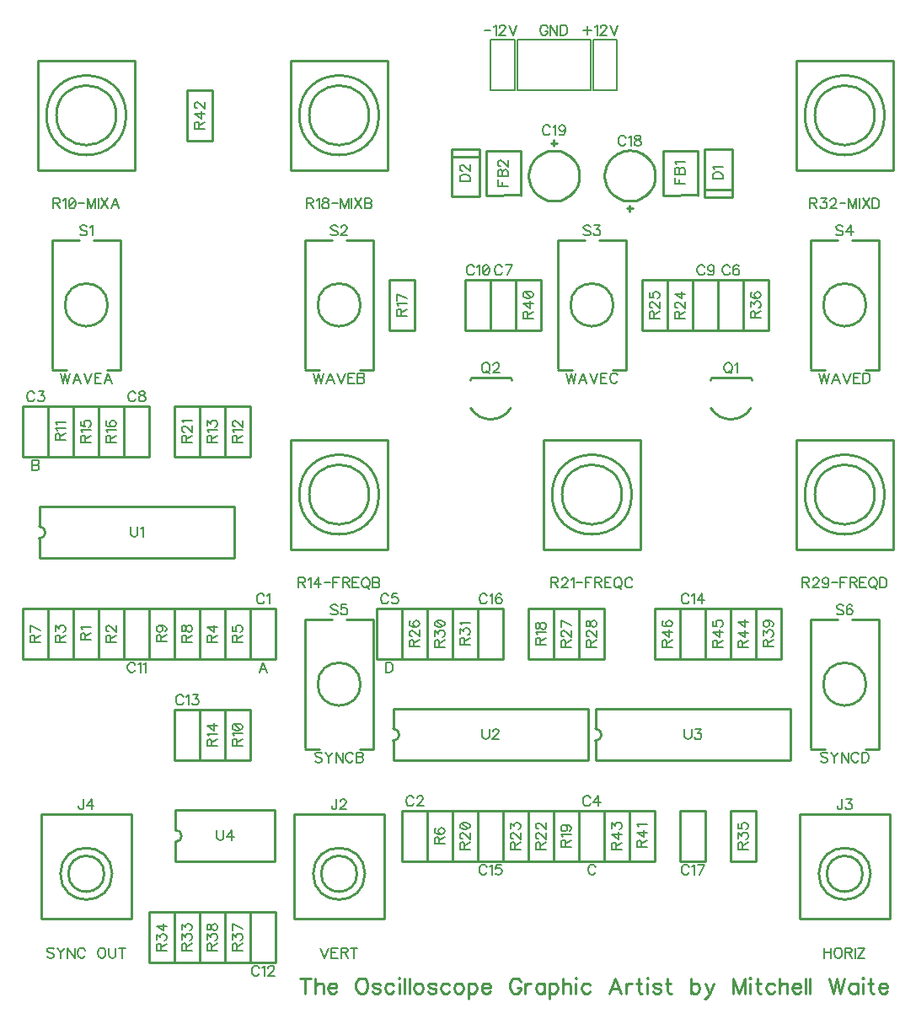
<source format=gbr>
G04 DipTrace 3.2.0.1*
G04 TopSilk.gbr*
%MOIN*%
G04 #@! TF.FileFunction,Legend,Top*
G04 #@! TF.Part,Single*
%ADD10C,0.009843*%
%ADD18C,0.005*%
%ADD81C,0.006176*%
%ADD82C,0.009264*%
%FSLAX26Y26*%
G04*
G70*
G90*
G75*
G01*
G04 TopSilk*
%LPD*%
X1594000Y1994000D2*
D10*
X1494000D1*
Y1794000D1*
X1594000D1*
Y1994000D1*
X2194000Y1194000D2*
X2094000D1*
Y994000D1*
X2194000D1*
Y1194000D1*
X594000Y2594000D2*
X694000D1*
Y2794000D1*
X594000D1*
Y2594000D1*
X2894000Y1194000D2*
X2794000D1*
Y994000D1*
X2894000D1*
Y1194000D1*
X1994000Y1794000D2*
X2094000D1*
Y1994000D1*
X1994000D1*
Y1794000D1*
X3344000Y3094000D2*
X3444000D1*
Y3294000D1*
X3344000D1*
Y3094000D1*
X2444000D2*
X2544000D1*
Y3294000D1*
X2444000D1*
Y3094000D1*
X994000Y2594000D2*
X1094000D1*
Y2794000D1*
X994000D1*
Y2594000D1*
X3344000Y3294000D2*
X3244000D1*
Y3094000D1*
X3344000D1*
Y3294000D1*
X2444000D2*
X2344000D1*
Y3094000D1*
X2444000D1*
Y3294000D1*
X994000Y1794000D2*
X1094000D1*
Y1994000D1*
X994000D1*
Y1794000D1*
X1594000Y794000D2*
X1494000D1*
Y594000D1*
X1594000D1*
Y794000D1*
X1294000Y1594000D2*
X1194000D1*
Y1394000D1*
X1294000D1*
Y1594000D1*
X3194000Y1794000D2*
X3294000D1*
Y1994000D1*
X3194000D1*
Y1794000D1*
X2394000Y994000D2*
X2494000D1*
Y1194000D1*
X2394000D1*
Y994000D1*
Y1794000D2*
X2494000D1*
Y1994000D1*
X2394000D1*
Y1794000D1*
X3194000Y994000D2*
X3294000D1*
Y1194000D1*
X3194000D1*
Y994000D1*
X3005800Y3575143D2*
X2982200D1*
X2994000Y3563301D2*
Y3586986D1*
X2894000Y3705053D2*
X2894244Y3712025D1*
X2894973Y3718962D1*
X2896185Y3725832D1*
X2897874Y3732601D1*
X2900031Y3739235D1*
X2902645Y3745703D1*
X2905705Y3751972D1*
X2909195Y3758014D1*
X2913098Y3763797D1*
X2917396Y3769294D1*
X2922066Y3774478D1*
X2927087Y3779323D1*
X2932434Y3783807D1*
X2938081Y3787907D1*
X2944000Y3791604D1*
X2950163Y3794879D1*
X2956539Y3797716D1*
X2963098Y3800102D1*
X2969808Y3802025D1*
X2976635Y3803475D1*
X2983547Y3804446D1*
X2990510Y3804933D1*
X2997490D1*
X3004453Y3804446D1*
X3011365Y3803475D1*
X3018192Y3802025D1*
X3024902Y3800102D1*
X3031461Y3797716D1*
X3037837Y3794879D1*
X3044000Y3791604D1*
X3049919Y3787907D1*
X3055566Y3783807D1*
X3060913Y3779323D1*
X3065934Y3774478D1*
X3070604Y3769294D1*
X3074902Y3763797D1*
X3078805Y3758014D1*
X3082295Y3751972D1*
X3085355Y3745703D1*
X3087969Y3739235D1*
X3090126Y3732601D1*
X3091815Y3725832D1*
X3093027Y3718962D1*
X3093756Y3712025D1*
X3094000Y3705053D1*
X3093756Y3698082D1*
X3093027Y3691144D1*
X3091815Y3684275D1*
X3090126Y3677506D1*
X3087969Y3670872D1*
X3085355Y3664404D1*
X3082295Y3658134D1*
X3078805Y3652093D1*
X3074902Y3646310D1*
X3070604Y3640813D1*
X3065934Y3635629D1*
X3060913Y3630784D1*
X3055566Y3626300D1*
X3049919Y3622199D1*
X3044000Y3618503D1*
X3037837Y3615228D1*
X3031461Y3612391D1*
X3024902Y3610005D1*
X3018192Y3608082D1*
X3011365Y3606632D1*
X3004453Y3605661D1*
X2997490Y3605174D1*
X2990510D1*
X2983547Y3605661D1*
X2976635Y3606632D1*
X2969808Y3608082D1*
X2963098Y3610005D1*
X2956539Y3612391D1*
X2950163Y3615228D1*
X2944000Y3618503D1*
X2938081Y3622199D1*
X2932434Y3626300D1*
X2927087Y3630784D1*
X2922066Y3635629D1*
X2917396Y3640813D1*
X2913098Y3646310D1*
X2909195Y3652093D1*
X2905705Y3658134D1*
X2902645Y3664404D1*
X2900031Y3670872D1*
X2897874Y3677506D1*
X2896185Y3684275D1*
X2894973Y3691144D1*
X2894244Y3698082D1*
X2894000Y3705053D1*
X2682200Y3834857D2*
X2705800D1*
X2694000Y3846699D2*
Y3823014D1*
X2594000Y3704947D2*
X2594244Y3711918D1*
X2594973Y3718856D1*
X2596185Y3725725D1*
X2597874Y3732494D1*
X2600031Y3739128D1*
X2602645Y3745596D1*
X2605705Y3751866D1*
X2609195Y3757907D1*
X2613098Y3763690D1*
X2617396Y3769187D1*
X2622066Y3774371D1*
X2627087Y3779216D1*
X2632434Y3783700D1*
X2638081Y3787801D1*
X2644000Y3791497D1*
X2650163Y3794772D1*
X2656539Y3797609D1*
X2663098Y3799995D1*
X2669808Y3801918D1*
X2676635Y3803368D1*
X2683547Y3804339D1*
X2690510Y3804826D1*
X2697490D1*
X2704453Y3804339D1*
X2711365Y3803368D1*
X2718192Y3801918D1*
X2724902Y3799995D1*
X2731461Y3797609D1*
X2737837Y3794772D1*
X2744000Y3791497D1*
X2749919Y3787801D1*
X2755566Y3783700D1*
X2760913Y3779216D1*
X2765934Y3774371D1*
X2770604Y3769187D1*
X2774902Y3763690D1*
X2778805Y3757907D1*
X2782295Y3751866D1*
X2785355Y3745596D1*
X2787969Y3739128D1*
X2790126Y3732494D1*
X2791815Y3725725D1*
X2793027Y3718856D1*
X2793756Y3711918D1*
X2794000Y3704947D1*
X2793756Y3697975D1*
X2793027Y3691038D1*
X2791815Y3684168D1*
X2790126Y3677399D1*
X2787969Y3670765D1*
X2785355Y3664297D1*
X2782295Y3658028D1*
X2778805Y3651986D1*
X2774902Y3646203D1*
X2770604Y3640706D1*
X2765934Y3635522D1*
X2760913Y3630677D1*
X2755566Y3626193D1*
X2749919Y3622093D1*
X2744000Y3618396D1*
X2737837Y3615121D1*
X2731461Y3612284D1*
X2724902Y3609898D1*
X2718192Y3607975D1*
X2711365Y3606525D1*
X2704453Y3605554D1*
X2697490Y3605067D1*
X2690510D1*
X2683547Y3605554D1*
X2676635Y3606525D1*
X2669808Y3607975D1*
X2663098Y3609898D1*
X2656539Y3612284D1*
X2650163Y3615121D1*
X2644000Y3618396D1*
X2638081Y3622093D1*
X2632434Y3626193D1*
X2627087Y3630677D1*
X2622066Y3635522D1*
X2617396Y3640706D1*
X2613098Y3646203D1*
X2609195Y3651986D1*
X2605705Y3658028D1*
X2602645Y3664297D1*
X2600031Y3670765D1*
X2597874Y3677399D1*
X2596185Y3684168D1*
X2594973Y3691038D1*
X2594244Y3697975D1*
X2594000Y3704947D1*
X3399118Y3621381D2*
X3288882D1*
Y3623439D2*
Y3808561D1*
X3399118Y3651222D2*
X3288882D1*
X3399118Y3808561D2*
X3288882D1*
X3399118Y3623439D2*
Y3808561D1*
X2288882Y3810619D2*
X2399118D1*
Y3808561D2*
Y3623439D1*
X2288882Y3780778D2*
X2399118D1*
X2288882Y3623439D2*
X2399118D1*
X2288882Y3808561D2*
Y3623439D1*
X3262000Y3804004D2*
Y3627996D1*
X3126000D2*
X3262000Y3628486D1*
X3126000Y3804004D2*
Y3627996D1*
Y3804004D2*
X3262000D1*
X2562000D2*
Y3627996D1*
X2426000D2*
X2562000Y3628486D1*
X2426000Y3804004D2*
Y3627996D1*
Y3804004D2*
X2562000D1*
X1666835Y1180220D2*
X2021165D1*
Y766797D1*
X1666835D1*
Y1180220D1*
X1773134Y944008D2*
G02X1773134Y944008I70866J0D01*
G01*
X1741634D2*
G02X1741634Y944008I102366J0D01*
G01*
X3666835Y1180220D2*
X4021165D1*
Y766797D1*
X3666835D1*
Y1180220D1*
X3773134Y944008D2*
G02X3773134Y944008I70866J0D01*
G01*
X3741634D2*
G02X3741634Y944008I102366J0D01*
G01*
X666835Y1180220D2*
X1021165D1*
Y766797D1*
X666835D1*
Y1180220D1*
X773134Y944008D2*
G02X773134Y944008I70866J0D01*
G01*
X741634D2*
G02X741634Y944008I102366J0D01*
G01*
X3315247Y2906992D2*
X3311336Y2895186D1*
X3315247Y2784944D2*
G03X3472753Y2784944I78753J49953D01*
G01*
Y2906992D2*
X3476664Y2895186D1*
X3472753Y2906992D2*
X3315247D1*
X2365247D2*
X2361336Y2895186D1*
X2365247Y2784944D2*
G03X2522753Y2784944I78753J49953D01*
G01*
Y2906992D2*
X2526664Y2895186D1*
X2522753Y2906992D2*
X2365247D1*
X794000Y1794174D2*
Y1993826D1*
X894000D2*
X794000D1*
X894000Y1794174D2*
Y1993826D1*
Y1794174D2*
X794000D1*
X994000Y1993826D2*
Y1794174D1*
X894000D2*
X994000D1*
X894000Y1993826D2*
Y1794174D1*
Y1993826D2*
X994000D1*
X694000Y1794174D2*
Y1993826D1*
X794000D2*
X694000D1*
X794000Y1794174D2*
Y1993826D1*
Y1794174D2*
X694000D1*
X1294000D2*
Y1993826D1*
X1394000D2*
X1294000D1*
X1394000Y1794174D2*
Y1993826D1*
Y1794174D2*
X1294000D1*
X1394000D2*
Y1993826D1*
X1494000D2*
X1394000D1*
X1494000Y1794174D2*
Y1993826D1*
Y1794174D2*
X1394000D1*
X2194000Y994174D2*
Y1193826D1*
X2294000D2*
X2194000D1*
X2294000Y994174D2*
Y1193826D1*
Y994174D2*
X2194000D1*
X594000Y1794174D2*
Y1993826D1*
X694000D2*
X594000D1*
X694000Y1794174D2*
Y1993826D1*
Y1794174D2*
X594000D1*
X1294000Y1993826D2*
Y1794174D1*
X1194000D2*
X1294000D1*
X1194000Y1993826D2*
Y1794174D1*
Y1993826D2*
X1294000D1*
X1094000Y1794174D2*
Y1993826D1*
X1194000D2*
X1094000D1*
X1194000Y1794174D2*
Y1993826D1*
Y1794174D2*
X1094000D1*
X1494000Y1593826D2*
Y1394174D1*
X1394000D2*
X1494000D1*
X1394000Y1593826D2*
Y1394174D1*
Y1593826D2*
X1494000D1*
X694000Y2594174D2*
Y2793826D1*
X794000D2*
X694000D1*
X794000Y2594174D2*
Y2793826D1*
Y2594174D2*
X694000D1*
X1494000Y2793826D2*
Y2594174D1*
X1394000D2*
X1494000D1*
X1394000Y2793826D2*
Y2594174D1*
Y2793826D2*
X1494000D1*
X1294000Y2594174D2*
Y2793826D1*
X1394000D2*
X1294000D1*
X1394000Y2594174D2*
Y2793826D1*
Y2594174D2*
X1294000D1*
X1394000Y1593826D2*
Y1394174D1*
X1294000D2*
X1394000D1*
X1294000Y1593826D2*
Y1394174D1*
Y1593826D2*
X1394000D1*
X894000Y2793826D2*
Y2594174D1*
X794000D2*
X894000D1*
X794000Y2793826D2*
Y2594174D1*
Y2793826D2*
X894000D1*
X994000D2*
Y2594174D1*
X894000D2*
X994000D1*
X894000Y2793826D2*
Y2594174D1*
Y2793826D2*
X994000D1*
X2144000Y3293826D2*
Y3094174D1*
X2044000D2*
X2144000D1*
X2044000Y3293826D2*
Y3094174D1*
Y3293826D2*
X2144000D1*
X2694000Y1993826D2*
Y1794174D1*
X2594000D2*
X2694000D1*
X2594000Y1993826D2*
Y1794174D1*
Y1993826D2*
X2694000D1*
X2794000Y1193826D2*
Y994174D1*
X2694000D2*
X2794000D1*
X2694000Y1193826D2*
Y994174D1*
Y1193826D2*
X2794000D1*
X2394000D2*
Y994174D1*
X2294000D2*
X2394000D1*
X2294000Y1193826D2*
Y994174D1*
Y1193826D2*
X2394000D1*
X1294000Y2793826D2*
Y2594174D1*
X1194000D2*
X1294000D1*
X1194000Y2793826D2*
Y2594174D1*
Y2793826D2*
X1294000D1*
X2594000Y994174D2*
Y1193826D1*
X2694000D2*
X2594000D1*
X2694000Y994174D2*
Y1193826D1*
Y994174D2*
X2594000D1*
X2494000D2*
Y1193826D1*
X2594000D2*
X2494000D1*
X2594000Y994174D2*
Y1193826D1*
Y994174D2*
X2494000D1*
X3144000Y3094174D2*
Y3293826D1*
X3244000D2*
X3144000D1*
X3244000Y3094174D2*
Y3293826D1*
Y3094174D2*
X3144000D1*
Y3293826D2*
Y3094174D1*
X3044000D2*
X3144000D1*
X3044000Y3293826D2*
Y3094174D1*
Y3293826D2*
X3144000D1*
X2094000Y1794174D2*
Y1993826D1*
X2194000D2*
X2094000D1*
X2194000Y1794174D2*
Y1993826D1*
Y1794174D2*
X2094000D1*
X2794000Y1993826D2*
Y1794174D1*
X2694000D2*
X2794000D1*
X2694000Y1993826D2*
Y1794174D1*
Y1993826D2*
X2794000D1*
Y1794174D2*
Y1993826D1*
X2894000D2*
X2794000D1*
X2894000Y1794174D2*
Y1993826D1*
Y1794174D2*
X2794000D1*
X2294000Y1993826D2*
Y1794174D1*
X2194000D2*
X2294000D1*
X2194000Y1993826D2*
Y1794174D1*
Y1993826D2*
X2294000D1*
X2394000D2*
Y1794174D1*
X2294000D2*
X2394000D1*
X2294000Y1993826D2*
Y1794174D1*
Y1993826D2*
X2394000D1*
X1194000Y594174D2*
Y793826D1*
X1294000D2*
X1194000D1*
X1294000Y594174D2*
Y793826D1*
Y594174D2*
X1194000D1*
X1094000D2*
Y793826D1*
X1194000D2*
X1094000D1*
X1194000Y594174D2*
Y793826D1*
Y594174D2*
X1094000D1*
X3394000Y994174D2*
Y1193826D1*
X3494000D2*
X3394000D1*
X3494000Y994174D2*
Y1193826D1*
Y994174D2*
X3394000D1*
X3444000Y3094174D2*
Y3293826D1*
X3544000D2*
X3444000D1*
X3544000Y3094174D2*
Y3293826D1*
Y3094174D2*
X3444000D1*
X1394000Y594174D2*
Y793826D1*
X1494000D2*
X1394000D1*
X1494000Y594174D2*
Y793826D1*
Y594174D2*
X1394000D1*
X1294000D2*
Y793826D1*
X1394000D2*
X1294000D1*
X1394000Y594174D2*
Y793826D1*
Y594174D2*
X1294000D1*
X3494000Y1794174D2*
Y1993826D1*
X3594000D2*
X3494000D1*
X3594000Y1794174D2*
Y1993826D1*
Y1794174D2*
X3494000D1*
X2544000Y3094174D2*
Y3293826D1*
X2644000D2*
X2544000D1*
X2644000Y3094174D2*
Y3293826D1*
Y3094174D2*
X2544000D1*
X3094000Y1193826D2*
Y994174D1*
X2994000D2*
X3094000D1*
X2994000Y1193826D2*
Y994174D1*
Y1193826D2*
X3094000D1*
X1344000Y4043826D2*
Y3844174D1*
X1244000D2*
X1344000D1*
X1244000Y4043826D2*
Y3844174D1*
Y4043826D2*
X1344000D1*
X2894000Y994174D2*
Y1193826D1*
X2994000D2*
X2894000D1*
X2994000Y994174D2*
Y1193826D1*
Y994174D2*
X2894000D1*
X3494000Y1993826D2*
Y1794174D1*
X3394000D2*
X3494000D1*
X3394000Y1993826D2*
Y1794174D1*
Y1993826D2*
X3494000D1*
X3294000Y1794174D2*
Y1993826D1*
X3394000D2*
X3294000D1*
X3394000Y1794174D2*
Y1993826D1*
Y1794174D2*
X3294000D1*
X3194000Y1993826D2*
Y1794174D1*
X3094000D2*
X3194000D1*
X3094000Y1993826D2*
Y1794174D1*
Y1993826D2*
X3194000D1*
X651074Y4160535D2*
X1036926D1*
Y3727472D1*
X651074D1*
Y4160535D1*
X686521Y3944004D2*
G02X686521Y3944004I157479J0D01*
G01*
X725891D2*
G02X725891Y3944004I118109J0D01*
G01*
X1651074Y2660535D2*
X2036926D1*
Y2227472D1*
X1651074D1*
Y2660535D1*
X1686521Y2444004D2*
G02X1686521Y2444004I157479J0D01*
G01*
X1725891D2*
G02X1725891Y2444004I118109J0D01*
G01*
X1651074Y4160535D2*
X2036926D1*
Y3727472D1*
X1651074D1*
Y4160535D1*
X1686521Y3944004D2*
G02X1686521Y3944004I157479J0D01*
G01*
X1725891D2*
G02X1725891Y3944004I118109J0D01*
G01*
X2651074Y2660535D2*
X3036926D1*
Y2227472D1*
X2651074D1*
Y2660535D1*
X2686521Y2444004D2*
G02X2686521Y2444004I157479J0D01*
G01*
X2725891D2*
G02X2725891Y2444004I118109J0D01*
G01*
X3651074Y2660535D2*
X4036926D1*
Y2227472D1*
X3651074D1*
Y2660535D1*
X3686521Y2444004D2*
G02X3686521Y2444004I157479J0D01*
G01*
X3725891D2*
G02X3725891Y2444004I118109J0D01*
G01*
X3651074Y4160535D2*
X4036926D1*
Y3727472D1*
X3651074D1*
Y4160535D1*
X3686521Y3944004D2*
G02X3686521Y3944004I157479J0D01*
G01*
X3725891D2*
G02X3725891Y3944004I118109J0D01*
G01*
X710142Y3449906D2*
X816452D1*
X759348Y3194000D2*
G02X759348Y3194000I84652J0D01*
G01*
X765265Y2938094D2*
X710142D1*
Y2942035D2*
Y3449906D1*
X871548D2*
X977858D1*
Y2938094D1*
X926671D1*
X1710142Y3449906D2*
X1816452D1*
X1759348Y3194000D2*
G02X1759348Y3194000I84652J0D01*
G01*
X1765265Y2938094D2*
X1710142D1*
Y2942035D2*
Y3449906D1*
X1871548D2*
X1977858D1*
Y2938094D1*
X1926671D1*
X2710142Y3449906D2*
X2816452D1*
X2759348Y3194000D2*
G02X2759348Y3194000I84652J0D01*
G01*
X2765265Y2938094D2*
X2710142D1*
Y2942035D2*
Y3449906D1*
X2871548D2*
X2977858D1*
Y2938094D1*
X2926671D1*
X3710142Y3449906D2*
X3816452D1*
X3759348Y3194000D2*
G02X3759348Y3194000I84652J0D01*
G01*
X3765265Y2938094D2*
X3710142D1*
Y2942035D2*
Y3449906D1*
X3871548D2*
X3977858D1*
Y2938094D1*
X3926671D1*
X1710142Y1949906D2*
X1816452D1*
X1759348Y1694000D2*
G02X1759348Y1694000I84652J0D01*
G01*
X1765265Y1438094D2*
X1710142D1*
Y1442035D2*
Y1949906D1*
X1871548D2*
X1977858D1*
Y1438094D1*
X1926671D1*
X3710142Y1949906D2*
X3816452D1*
X3759348Y1694000D2*
G02X3759348Y1694000I84652J0D01*
G01*
X3765265Y1438094D2*
X3710142D1*
Y1442035D2*
Y1949906D1*
X3871548D2*
X3977858D1*
Y1438094D1*
X3926671D1*
X658173Y2396367D2*
X1429827D1*
Y2191633D2*
Y2396367D1*
X658173Y2191633D2*
X1429827D1*
X658173D2*
Y2270374D1*
Y2396367D2*
Y2317626D1*
Y2270374D2*
G03X658173Y2317626I-13J23626D01*
G01*
X2058173Y1596367D2*
X2829827D1*
Y1391633D2*
Y1596367D1*
X2058173Y1391633D2*
X2829827D1*
X2058173D2*
Y1470374D1*
Y1596367D2*
Y1517626D1*
Y1470374D2*
G03X2058173Y1517626I-13J23626D01*
G01*
X2858173Y1596367D2*
X3629827D1*
Y1391633D2*
Y1596367D1*
X2858173Y1391633D2*
X3629827D1*
X2858173D2*
Y1470374D1*
Y1596367D2*
Y1517626D1*
Y1470374D2*
G03X2858173Y1517626I-13J23626D01*
G01*
X1197150Y1196367D2*
X1590850D1*
Y991633D2*
Y1196367D1*
X1197150Y991633D2*
X1590850D1*
X1197150D2*
Y1070374D1*
Y1196367D2*
Y1117626D1*
Y1070374D2*
G03X1197150Y1117626I-4J23626D01*
G01*
X2850249Y4244000D2*
D18*
X2944000D1*
Y4044000D1*
X2850249D1*
Y4244000D1*
X2550251D2*
X2837751D1*
Y4044000D1*
X2550251D1*
Y4244000D1*
X2444000D2*
X2537751D1*
Y4044000D1*
X2444000D1*
Y4244000D1*
X1547375Y2043028D2*
D81*
X1545474Y2046830D1*
X1541627Y2050677D1*
X1537824Y2052578D1*
X1530175D1*
X1526328Y2050677D1*
X1522526Y2046830D1*
X1520580Y2043028D1*
X1518679Y2037280D1*
Y2027685D1*
X1520580Y2021981D1*
X1522526Y2018134D1*
X1526328Y2014332D1*
X1530175Y2012386D1*
X1537824D1*
X1541627Y2014332D1*
X1545474Y2018134D1*
X1547375Y2021981D1*
X1559726Y2044885D2*
X1563573Y2046830D1*
X1569321Y2052534D1*
Y2012386D1*
X1559321Y1740241D2*
X1543978Y1780433D1*
X1528679Y1740241D1*
X1534427Y1753638D2*
X1553573D1*
X2138775Y1243028D2*
X2136874Y1246830D1*
X2133027Y1250677D1*
X2129224Y1252578D1*
X2121575D1*
X2117728Y1250677D1*
X2113926Y1246830D1*
X2111980Y1243028D1*
X2110079Y1237280D1*
Y1227685D1*
X2111980Y1221981D1*
X2113926Y1218134D1*
X2117728Y1214332D1*
X2121575Y1212386D1*
X2129224D1*
X2133027Y1214332D1*
X2136874Y1218134D1*
X2138775Y1221981D1*
X2153072Y1242984D2*
Y1244885D1*
X2154973Y1248732D1*
X2156874Y1250633D1*
X2160721Y1252534D1*
X2168370D1*
X2172173Y1250633D1*
X2174074Y1248732D1*
X2176020Y1244885D1*
Y1241082D1*
X2174074Y1237236D1*
X2170272Y1231532D1*
X2151126Y1212386D1*
X2177921D1*
X638775Y2843028D2*
X636874Y2846830D1*
X633027Y2850677D1*
X629224Y2852578D1*
X621575D1*
X617728Y2850677D1*
X613926Y2846830D1*
X611980Y2843028D1*
X610079Y2837280D1*
Y2827685D1*
X611980Y2821981D1*
X613926Y2818134D1*
X617728Y2814332D1*
X621575Y2812386D1*
X629224D1*
X633027Y2814332D1*
X636874Y2818134D1*
X638775Y2821981D1*
X654973Y2852534D2*
X675976D1*
X664524Y2837236D1*
X670272D1*
X674074Y2835334D1*
X675976Y2833433D1*
X677921Y2827685D1*
Y2823883D1*
X675976Y2818134D1*
X672173Y2814288D1*
X666425Y2812386D1*
X660677D1*
X654973Y2814288D1*
X653072Y2816233D1*
X651126Y2820036D1*
X630603Y2580433D2*
Y2540241D1*
X647847D1*
X653595Y2542187D1*
X655496Y2544088D1*
X657397Y2547890D1*
Y2553638D1*
X655496Y2557485D1*
X653595Y2559386D1*
X647847Y2561288D1*
X653595Y2563233D1*
X655496Y2565134D1*
X657397Y2568937D1*
Y2572784D1*
X655496Y2576586D1*
X653595Y2578532D1*
X647847Y2580433D1*
X630603D1*
Y2561288D2*
X647847D1*
X2837824Y1243028D2*
X2835923Y1246830D1*
X2832076Y1250677D1*
X2828274Y1252578D1*
X2820624D1*
X2816778Y1250677D1*
X2812975Y1246830D1*
X2811030Y1243028D1*
X2809128Y1237280D1*
Y1227685D1*
X2811030Y1221981D1*
X2812975Y1218134D1*
X2816778Y1214332D1*
X2820624Y1212386D1*
X2828274D1*
X2832076Y1214332D1*
X2835923Y1218134D1*
X2837824Y1221981D1*
X2869321Y1212386D2*
Y1252534D1*
X2850176Y1225784D1*
X2878872D1*
X2858348Y970882D2*
X2856447Y974685D1*
X2852600Y978532D1*
X2848797Y980433D1*
X2841148D1*
X2837301Y978532D1*
X2833499Y974685D1*
X2831553Y970882D1*
X2829652Y965134D1*
Y955540D1*
X2831553Y949836D1*
X2833499Y945989D1*
X2837301Y942187D1*
X2841148Y940241D1*
X2848797D1*
X2852600Y942187D1*
X2856447Y945989D1*
X2858348Y949836D1*
X2038775Y2043028D2*
X2036874Y2046830D1*
X2033027Y2050677D1*
X2029224Y2052578D1*
X2021575D1*
X2017728Y2050677D1*
X2013926Y2046830D1*
X2011980Y2043028D1*
X2010079Y2037280D1*
Y2027685D1*
X2011980Y2021981D1*
X2013926Y2018134D1*
X2017728Y2014332D1*
X2021575Y2012386D1*
X2029224D1*
X2033027Y2014332D1*
X2036874Y2018134D1*
X2038775Y2021981D1*
X2074074Y2052534D2*
X2054973D1*
X2053072Y2035334D1*
X2054973Y2037236D1*
X2060721Y2039181D1*
X2066425D1*
X2072173Y2037236D1*
X2076020Y2033433D1*
X2077921Y2027685D1*
Y2023883D1*
X2076020Y2018134D1*
X2072173Y2014288D1*
X2066425Y2012386D1*
X2060721D1*
X2054973Y2014288D1*
X2053072Y2016233D1*
X2051126Y2020036D1*
X2030603Y1780433D2*
Y1740241D1*
X2044000D1*
X2049748Y1742187D1*
X2053595Y1745989D1*
X2055496Y1749836D1*
X2057397Y1755540D1*
Y1765134D1*
X2055496Y1770882D1*
X2053595Y1774685D1*
X2049748Y1778532D1*
X2044000Y1780433D1*
X2030603D1*
X3389748Y3343028D2*
X3387846Y3346830D1*
X3384000Y3350677D1*
X3380197Y3352578D1*
X3372548D1*
X3368701Y3350677D1*
X3364898Y3346830D1*
X3362953Y3343028D1*
X3361052Y3337280D1*
Y3327685D1*
X3362953Y3321981D1*
X3364898Y3318134D1*
X3368701Y3314332D1*
X3372548Y3312386D1*
X3380197D1*
X3384000Y3314332D1*
X3387846Y3318134D1*
X3389748Y3321981D1*
X3425047Y3346830D2*
X3423146Y3350633D1*
X3417398Y3352534D1*
X3413595D1*
X3407847Y3350633D1*
X3404000Y3344885D1*
X3402099Y3335334D1*
Y3325784D1*
X3404000Y3318134D1*
X3407847Y3314288D1*
X3413595Y3312386D1*
X3415496D1*
X3421200Y3314288D1*
X3425047Y3318134D1*
X3426948Y3323883D1*
Y3325784D1*
X3425047Y3331532D1*
X3421200Y3335334D1*
X3415496Y3337236D1*
X3413595D1*
X3407847Y3335334D1*
X3404000Y3331532D1*
X3402099Y3325784D1*
X2488775Y3343028D2*
X2486874Y3346830D1*
X2483027Y3350677D1*
X2479224Y3352578D1*
X2471575D1*
X2467728Y3350677D1*
X2463926Y3346830D1*
X2461980Y3343028D1*
X2460079Y3337280D1*
Y3327685D1*
X2461980Y3321981D1*
X2463926Y3318134D1*
X2467728Y3314332D1*
X2471575Y3312386D1*
X2479224D1*
X2483027Y3314332D1*
X2486874Y3318134D1*
X2488775Y3321981D1*
X2508776Y3312386D2*
X2527921Y3352534D1*
X2501126D1*
X1038797Y2843028D2*
X1036896Y2846830D1*
X1033049Y2850677D1*
X1029246Y2852578D1*
X1021597D1*
X1017750Y2850677D1*
X1013948Y2846830D1*
X1012002Y2843028D1*
X1010101Y2837280D1*
Y2827685D1*
X1012002Y2821981D1*
X1013948Y2818134D1*
X1017750Y2814332D1*
X1021597Y2812386D1*
X1029246D1*
X1033049Y2814332D1*
X1036896Y2818134D1*
X1038797Y2821981D1*
X1060699Y2852534D2*
X1054995Y2850633D1*
X1053050Y2846830D1*
Y2842984D1*
X1054995Y2839181D1*
X1058798Y2837236D1*
X1066447Y2835334D1*
X1072195Y2833433D1*
X1075998Y2829586D1*
X1077899Y2825784D1*
Y2820036D1*
X1075998Y2816233D1*
X1074096Y2814288D1*
X1068348Y2812386D1*
X1060699D1*
X1054995Y2814288D1*
X1053050Y2816233D1*
X1051148Y2820036D1*
Y2825784D1*
X1053050Y2829586D1*
X1056896Y2833433D1*
X1062600Y2835334D1*
X1070250Y2837236D1*
X1074096Y2839181D1*
X1075998Y2842984D1*
Y2846830D1*
X1074096Y2850633D1*
X1068348Y2852534D1*
X1060699D1*
X3289726Y3343028D2*
X3287824Y3346830D1*
X3283978Y3350677D1*
X3280175Y3352578D1*
X3272526D1*
X3268679Y3350677D1*
X3264876Y3346830D1*
X3262931Y3343028D1*
X3261030Y3337280D1*
Y3327685D1*
X3262931Y3321981D1*
X3264876Y3318134D1*
X3268679Y3314332D1*
X3272526Y3312386D1*
X3280175D1*
X3283978Y3314332D1*
X3287824Y3318134D1*
X3289726Y3321981D1*
X3326970Y3339181D2*
X3325025Y3333433D1*
X3321222Y3329586D1*
X3315474Y3327685D1*
X3313573D1*
X3307825Y3329586D1*
X3304022Y3333433D1*
X3302077Y3339181D1*
Y3341082D1*
X3304022Y3346830D1*
X3307825Y3350633D1*
X3313573Y3352534D1*
X3315474D1*
X3321222Y3350633D1*
X3325025Y3346830D1*
X3326970Y3339181D1*
Y3329586D1*
X3325025Y3320036D1*
X3321222Y3314288D1*
X3315474Y3312386D1*
X3311672D1*
X3305924Y3314288D1*
X3304022Y3318134D1*
X2377802Y3343028D2*
X2375901Y3346830D1*
X2372054Y3350677D1*
X2368251Y3352578D1*
X2360602D1*
X2356755Y3350677D1*
X2352953Y3346830D1*
X2351007Y3343028D1*
X2349106Y3337280D1*
Y3327685D1*
X2351007Y3321981D1*
X2352953Y3318134D1*
X2356755Y3314332D1*
X2360602Y3312386D1*
X2368251D1*
X2372054Y3314332D1*
X2375901Y3318134D1*
X2377802Y3321981D1*
X2390153Y3344885D2*
X2394000Y3346830D1*
X2399748Y3352534D1*
Y3312386D1*
X2423595Y3352534D2*
X2417847Y3350633D1*
X2414001Y3344885D1*
X2412099Y3335334D1*
Y3329586D1*
X2414001Y3320036D1*
X2417847Y3314288D1*
X2423595Y3312386D1*
X2427398D1*
X2433146Y3314288D1*
X2436949Y3320036D1*
X2438894Y3329586D1*
Y3335334D1*
X2436949Y3344885D1*
X2433146Y3350633D1*
X2427398Y3352534D1*
X2423595D1*
X2436949Y3344885D2*
X2414001Y3320036D1*
X1036402Y1770882D2*
X1034501Y1774685D1*
X1030654Y1778532D1*
X1026851Y1780433D1*
X1019202D1*
X1015355Y1778532D1*
X1011553Y1774685D1*
X1009607Y1770882D1*
X1007706Y1765134D1*
Y1755540D1*
X1009607Y1749836D1*
X1011553Y1745989D1*
X1015355Y1742187D1*
X1019202Y1740241D1*
X1026851D1*
X1030654Y1742187D1*
X1034501Y1745989D1*
X1036402Y1749836D1*
X1048753Y1772740D2*
X1052600Y1774685D1*
X1058348Y1780389D1*
Y1740241D1*
X1070699Y1772740D2*
X1074546Y1774685D1*
X1080294Y1780389D1*
Y1740241D1*
X1527802Y570882D2*
X1525901Y574685D1*
X1522054Y578532D1*
X1518251Y580433D1*
X1510602D1*
X1506755Y578532D1*
X1502953Y574685D1*
X1501007Y570882D1*
X1499106Y565134D1*
Y555540D1*
X1501007Y549836D1*
X1502953Y545989D1*
X1506755Y542187D1*
X1510602Y540241D1*
X1518251D1*
X1522054Y542187D1*
X1525901Y545989D1*
X1527802Y549836D1*
X1540153Y572740D2*
X1544000Y574685D1*
X1549748Y580389D1*
Y540241D1*
X1564045Y570838D2*
Y572740D1*
X1565946Y576586D1*
X1567847Y578488D1*
X1571694Y580389D1*
X1579344D1*
X1583146Y578488D1*
X1585047Y576586D1*
X1586993Y572740D1*
Y568937D1*
X1585047Y565090D1*
X1581245Y559386D1*
X1562099Y540241D1*
X1588894D1*
X1227802Y1643028D2*
X1225901Y1646830D1*
X1222054Y1650677D1*
X1218251Y1652578D1*
X1210602D1*
X1206755Y1650677D1*
X1202953Y1646830D1*
X1201007Y1643028D1*
X1199106Y1637280D1*
Y1627685D1*
X1201007Y1621981D1*
X1202953Y1618134D1*
X1206755Y1614332D1*
X1210602Y1612386D1*
X1218251D1*
X1222054Y1614332D1*
X1225901Y1618134D1*
X1227802Y1621981D1*
X1240153Y1644885D2*
X1244000Y1646830D1*
X1249748Y1652534D1*
Y1612386D1*
X1265946Y1652534D2*
X1286949D1*
X1275497Y1637236D1*
X1281245D1*
X1285047Y1635334D1*
X1286949Y1633433D1*
X1288894Y1627685D1*
Y1623883D1*
X1286949Y1618134D1*
X1283146Y1614288D1*
X1277398Y1612386D1*
X1271650D1*
X1265946Y1614288D1*
X1264045Y1616233D1*
X1262099Y1620036D1*
X3226851Y2043028D2*
X3224950Y2046830D1*
X3221103Y2050677D1*
X3217301Y2052578D1*
X3209651D1*
X3205805Y2050677D1*
X3202002Y2046830D1*
X3200057Y2043028D1*
X3198155Y2037280D1*
Y2027685D1*
X3200057Y2021981D1*
X3202002Y2018134D1*
X3205805Y2014332D1*
X3209651Y2012386D1*
X3217301D1*
X3221103Y2014332D1*
X3224950Y2018134D1*
X3226851Y2021981D1*
X3239203Y2044885D2*
X3243049Y2046830D1*
X3248797Y2052534D1*
Y2012386D1*
X3280294D2*
Y2052534D1*
X3261149Y2025784D1*
X3289845D1*
X2427802Y970882D2*
X2425901Y974685D1*
X2422054Y978532D1*
X2418251Y980433D1*
X2410602D1*
X2406755Y978532D1*
X2402953Y974685D1*
X2401007Y970882D1*
X2399106Y965134D1*
Y955540D1*
X2401007Y949836D1*
X2402953Y945989D1*
X2406755Y942187D1*
X2410602Y940241D1*
X2418251D1*
X2422054Y942187D1*
X2425901Y945989D1*
X2427802Y949836D1*
X2440153Y972740D2*
X2444000Y974685D1*
X2449748Y980389D1*
Y940241D1*
X2485047Y980389D2*
X2465946D1*
X2464045Y963189D1*
X2465946Y965090D1*
X2471694Y967036D1*
X2477398D1*
X2483146Y965090D1*
X2486993Y961288D1*
X2488894Y955540D1*
Y951737D1*
X2486993Y945989D1*
X2483146Y942142D1*
X2477398Y940241D1*
X2471694D1*
X2465946Y942142D1*
X2464045Y944088D1*
X2462099Y947890D1*
X2428775Y2043028D2*
X2426873Y2046830D1*
X2423027Y2050677D1*
X2419224Y2052578D1*
X2411575D1*
X2407728Y2050677D1*
X2403925Y2046830D1*
X2401980Y2043028D1*
X2400079Y2037280D1*
Y2027685D1*
X2401980Y2021981D1*
X2403925Y2018134D1*
X2407728Y2014332D1*
X2411575Y2012386D1*
X2419224D1*
X2423027Y2014332D1*
X2426873Y2018134D1*
X2428775Y2021981D1*
X2441126Y2044885D2*
X2444973Y2046830D1*
X2450721Y2052534D1*
Y2012386D1*
X2486020Y2046830D2*
X2484119Y2050633D1*
X2478371Y2052534D1*
X2474568D1*
X2468820Y2050633D1*
X2464973Y2044885D1*
X2463072Y2035334D1*
Y2025784D1*
X2464973Y2018134D1*
X2468820Y2014288D1*
X2474568Y2012386D1*
X2476470D1*
X2482173Y2014288D1*
X2486020Y2018134D1*
X2487921Y2023883D1*
Y2025784D1*
X2486020Y2031532D1*
X2482173Y2035334D1*
X2476470Y2037236D1*
X2474568D1*
X2468820Y2035334D1*
X2464973Y2031532D1*
X2463072Y2025784D1*
X3227802Y970882D2*
X3225901Y974685D1*
X3222054Y978532D1*
X3218251Y980433D1*
X3210602D1*
X3206755Y978532D1*
X3202953Y974685D1*
X3201007Y970882D1*
X3199106Y965134D1*
Y955540D1*
X3201007Y949836D1*
X3202953Y945989D1*
X3206755Y942187D1*
X3210602Y940241D1*
X3218251D1*
X3222054Y942187D1*
X3225901Y945989D1*
X3227802Y949836D1*
X3240153Y972740D2*
X3244000Y974685D1*
X3249748Y980389D1*
Y940241D1*
X3269749D2*
X3288894Y980389D1*
X3262099D1*
X2977824Y3854021D2*
X2975923Y3857824D1*
X2972076Y3861671D1*
X2968273Y3863572D1*
X2960624D1*
X2956777Y3861671D1*
X2952975Y3857824D1*
X2951029Y3854021D1*
X2949128Y3848273D1*
Y3838679D1*
X2951029Y3832975D1*
X2952975Y3829128D1*
X2956777Y3825325D1*
X2960624Y3823380D1*
X2968273D1*
X2972076Y3825325D1*
X2975923Y3829128D1*
X2977824Y3832975D1*
X2990175Y3855878D2*
X2994022Y3857824D1*
X2999770Y3863528D1*
Y3823380D1*
X3021672Y3863528D2*
X3015968Y3861626D1*
X3014023Y3857824D1*
Y3853977D1*
X3015968Y3850175D1*
X3019771Y3848229D1*
X3027420Y3846328D1*
X3033168Y3844427D1*
X3036971Y3840580D1*
X3038872Y3836777D1*
Y3831029D1*
X3036971Y3827227D1*
X3035069Y3825281D1*
X3029321Y3823380D1*
X3021672D1*
X3015968Y3825281D1*
X3014023Y3827227D1*
X3012122Y3831029D1*
Y3836777D1*
X3014023Y3840580D1*
X3017870Y3844427D1*
X3023573Y3846328D1*
X3031223Y3848229D1*
X3035069Y3850175D1*
X3036971Y3853977D1*
Y3857824D1*
X3035069Y3861626D1*
X3029321Y3863528D1*
X3021672D1*
X2678752Y3895727D2*
X2676851Y3899530D1*
X2673004Y3903377D1*
X2669202Y3905278D1*
X2661553D1*
X2657706Y3903377D1*
X2653903Y3899530D1*
X2651958Y3895727D1*
X2650057Y3889979D1*
Y3880385D1*
X2651958Y3874681D1*
X2653903Y3870834D1*
X2657706Y3867031D1*
X2661553Y3865086D1*
X2669202D1*
X2673004Y3867031D1*
X2676851Y3870834D1*
X2678752Y3874681D1*
X2691104Y3897584D2*
X2694951Y3899530D1*
X2700699Y3905234D1*
Y3865086D1*
X2737943Y3891881D2*
X2735998Y3886133D1*
X2732195Y3882286D1*
X2726447Y3880385D1*
X2724546D1*
X2718798Y3882286D1*
X2714996Y3886133D1*
X2713050Y3891881D1*
Y3893782D1*
X2714996Y3899530D1*
X2718798Y3903332D1*
X2724546Y3905234D1*
X2726447D1*
X2732195Y3903332D1*
X2735998Y3899530D1*
X2737943Y3891881D1*
Y3882286D1*
X2735998Y3872735D1*
X2732195Y3866987D1*
X2726447Y3865086D1*
X2722645D1*
X2716897Y3866987D1*
X2714996Y3870834D1*
X3321494Y3691630D2*
X3361686D1*
Y3705027D1*
X3359741Y3710775D1*
X3355938Y3714622D1*
X3352092Y3716523D1*
X3346388Y3718424D1*
X3336793D1*
X3331045Y3716523D1*
X3327242Y3714622D1*
X3323396Y3710775D1*
X3321494Y3705027D1*
Y3691630D1*
X3329188Y3730776D2*
X3327242Y3734622D1*
X3321539Y3740371D1*
X3361686Y3740370D1*
X2321494Y3683030D2*
X2361686D1*
Y3696427D1*
X2359741Y3702175D1*
X2355938Y3706022D1*
X2352092Y3707923D1*
X2346388Y3709824D1*
X2336793D1*
X2331045Y3707923D1*
X2327242Y3706022D1*
X2323396Y3702175D1*
X2321494Y3696427D1*
Y3683030D1*
X2331089Y3724121D2*
X2329188D1*
X2325341Y3726023D1*
X2323440Y3727924D1*
X2321539Y3731771D1*
Y3739420D1*
X2323440Y3743222D1*
X2325341Y3745124D1*
X2329188Y3747069D1*
X2332990D1*
X2336837Y3745124D1*
X2342541Y3741321D1*
X2361686Y3722176D1*
Y3748970D1*
X3171494Y3697901D2*
Y3673007D1*
X3211686D1*
X3190640D2*
Y3688306D1*
X3171494Y3710252D2*
X3211686D1*
Y3727496D1*
X3209741Y3733244D1*
X3207840Y3735145D1*
X3204037Y3737047D1*
X3198289D1*
X3194442Y3735145D1*
X3192541Y3733244D1*
X3190640Y3727496D1*
X3188694Y3733244D1*
X3186793Y3735145D1*
X3182990Y3737047D1*
X3179144D1*
X3175341Y3735145D1*
X3173396Y3733244D1*
X3171494Y3727496D1*
Y3710252D1*
X3190640D2*
Y3727496D1*
X3179188Y3749398D2*
X3177242Y3753245D1*
X3171539Y3758993D1*
X3211686D1*
X2471494Y3689301D2*
Y3664407D1*
X2511686D1*
X2490640D2*
Y3679706D1*
X2471494Y3701652D2*
X2511686D1*
Y3718896D1*
X2509741Y3724644D1*
X2507840Y3726545D1*
X2504037Y3728447D1*
X2498289D1*
X2494442Y3726545D1*
X2492541Y3724644D1*
X2490640Y3718896D1*
X2488694Y3724644D1*
X2486793Y3726545D1*
X2482990Y3728447D1*
X2479144D1*
X2475341Y3726545D1*
X2473396Y3724644D1*
X2471494Y3718896D1*
Y3701652D1*
X2490640D2*
Y3718896D1*
X2481089Y3742744D2*
X2479188D1*
X2475341Y3744645D1*
X2473440Y3746546D1*
X2471539Y3750393D1*
Y3758042D1*
X2473440Y3761845D1*
X2475341Y3763746D1*
X2479188Y3765692D1*
X2482990D1*
X2486837Y3763746D1*
X2492541Y3759943D1*
X2511686Y3740798D1*
Y3767593D1*
X1834000Y1238799D2*
Y1208202D1*
X1832098Y1202454D1*
X1830153Y1200552D1*
X1826350Y1198607D1*
X1822504D1*
X1818701Y1200552D1*
X1816800Y1202454D1*
X1814854Y1208202D1*
Y1212004D1*
X1848297Y1229204D2*
Y1231105D1*
X1850198Y1234952D1*
X1852099Y1236853D1*
X1855946Y1238755D1*
X1863595D1*
X1867398Y1236853D1*
X1869299Y1234952D1*
X1871244Y1231105D1*
Y1227303D1*
X1869299Y1223456D1*
X1865496Y1217752D1*
X1846351Y1198607D1*
X1873146D1*
X1770955Y650905D2*
X1786254Y610713D1*
X1801552Y650905D1*
X1838753D2*
X1813904D1*
Y610713D1*
X1838753D1*
X1813904Y631760D2*
X1829202D1*
X1851104D2*
X1868304D1*
X1874052Y633706D1*
X1875998Y635607D1*
X1877899Y639409D1*
Y643256D1*
X1875998Y647059D1*
X1874052Y649004D1*
X1868304Y650905D1*
X1851104D1*
Y610713D1*
X1864502Y631760D2*
X1877899Y610713D1*
X1903648Y650905D2*
Y610713D1*
X1890250Y650905D2*
X1917045D1*
X3834000Y1238799D2*
Y1208202D1*
X3832098Y1202454D1*
X3830153Y1200552D1*
X3826350Y1198607D1*
X3822504D1*
X3818701Y1200552D1*
X3816800Y1202454D1*
X3814854Y1208202D1*
Y1212004D1*
X3850198Y1238755D2*
X3871200D1*
X3859748Y1223456D1*
X3865496D1*
X3869299Y1221555D1*
X3871200Y1219654D1*
X3873146Y1213906D1*
Y1210103D1*
X3871200Y1204355D1*
X3867398Y1200508D1*
X3861650Y1198607D1*
X3855902D1*
X3850198Y1200508D1*
X3848297Y1202454D1*
X3846351Y1206256D1*
X3763807Y650905D2*
Y610713D1*
X3790601Y650905D2*
Y610713D1*
X3763807Y631760D2*
X3790601D1*
X3814449Y650905D2*
X3810602Y649004D1*
X3806799Y645157D1*
X3804854Y641355D1*
X3802953Y635607D1*
Y626012D1*
X3804854Y620308D1*
X3806799Y616462D1*
X3810602Y612659D1*
X3814449Y610713D1*
X3822098D1*
X3825901Y612659D1*
X3829747Y616462D1*
X3831649Y620308D1*
X3833550Y626012D1*
Y635607D1*
X3831649Y641355D1*
X3829747Y645157D1*
X3825901Y649004D1*
X3822098Y650905D1*
X3814449D1*
X3845901Y631760D2*
X3863101D1*
X3868849Y633706D1*
X3870795Y635607D1*
X3872696Y639409D1*
Y643256D1*
X3870795Y647059D1*
X3868849Y649004D1*
X3863101Y650905D1*
X3845901D1*
Y610713D1*
X3859299Y631760D2*
X3872696Y610713D1*
X3885047Y650905D2*
Y610713D1*
X3897399Y650905D2*
X3924193D1*
X3897399Y610713D1*
X3924193D1*
X833049Y1238799D2*
Y1208202D1*
X831148Y1202454D1*
X829202Y1200552D1*
X825400Y1198607D1*
X821553D1*
X817750Y1200552D1*
X815849Y1202454D1*
X813904Y1208202D1*
Y1212004D1*
X864546Y1198607D2*
Y1238755D1*
X845400Y1212004D1*
X874096D1*
X715766Y645157D2*
X711963Y649004D1*
X706215Y650905D1*
X698566D1*
X692818Y649004D1*
X688971Y645157D1*
Y641355D1*
X690916Y637508D1*
X692818Y635607D1*
X696620Y633706D1*
X708116Y629859D1*
X711963Y627958D1*
X713864Y626012D1*
X715766Y622210D1*
Y616462D1*
X711963Y612659D1*
X706215Y610713D1*
X698566D1*
X692818Y612659D1*
X688971Y616462D1*
X728117Y650905D2*
X743416Y631760D1*
Y610713D1*
X758714Y650905D2*
X743416Y631760D1*
X797860Y650905D2*
Y610713D1*
X771066Y650905D1*
Y610713D1*
X838908Y641355D2*
X837006Y645157D1*
X833160Y649004D1*
X829357Y650905D1*
X821708D1*
X817861Y649004D1*
X814058Y645157D1*
X812113Y641355D1*
X810212Y635607D1*
Y626012D1*
X812113Y620308D1*
X814058Y616462D1*
X817861Y612659D1*
X821708Y610713D1*
X829357D1*
X833160Y612659D1*
X837006Y616462D1*
X838908Y620308D1*
X901636Y650905D2*
X897789Y649004D1*
X893987Y645157D1*
X892041Y641355D1*
X890140Y635607D1*
Y626012D1*
X892041Y620308D1*
X893987Y616462D1*
X897789Y612659D1*
X901636Y610713D1*
X909285D1*
X913088Y612659D1*
X916934Y616462D1*
X918836Y620308D1*
X920737Y626012D1*
Y635607D1*
X918836Y641355D1*
X916934Y645157D1*
X913088Y649004D1*
X909285Y650905D1*
X901636D1*
X933088D2*
Y622210D1*
X934990Y616462D1*
X938836Y612659D1*
X944584Y610713D1*
X948387D1*
X954135Y612659D1*
X957982Y616462D1*
X959883Y622210D1*
Y650905D1*
X985632D2*
Y610713D1*
X972234Y650905D2*
X999029D1*
X3379202Y2965571D2*
X3375400Y2963714D1*
X3371553Y2959867D1*
X3369652Y2956020D1*
X3367706Y2950272D1*
Y2940721D1*
X3369652Y2934973D1*
X3371553Y2931171D1*
X3375400Y2927324D1*
X3379202Y2925423D1*
X3386852D1*
X3390698Y2927324D1*
X3394501Y2931171D1*
X3396402Y2934973D1*
X3398348Y2940721D1*
Y2950272D1*
X3396402Y2956020D1*
X3394501Y2959867D1*
X3390698Y2963714D1*
X3386852Y2965571D1*
X3379202D1*
X3384950Y2933072D2*
X3396402Y2921576D1*
X3410699Y2957877D2*
X3414546Y2959823D1*
X3420294Y2965526D1*
Y2925379D1*
X2420602Y2965571D2*
X2416800Y2963714D1*
X2412953Y2959867D1*
X2411052Y2956020D1*
X2409106Y2950272D1*
Y2940721D1*
X2411052Y2934973D1*
X2412953Y2931171D1*
X2416800Y2927324D1*
X2420602Y2925423D1*
X2428252D1*
X2432098Y2927324D1*
X2435901Y2931171D1*
X2437802Y2934973D1*
X2439748Y2940721D1*
Y2950272D1*
X2437802Y2956020D1*
X2435901Y2959867D1*
X2432098Y2963714D1*
X2428252Y2965571D1*
X2420602D1*
X2426350Y2933072D2*
X2437802Y2921576D1*
X2454045Y2955976D2*
Y2957877D1*
X2455946Y2961724D1*
X2457847Y2963625D1*
X2461694Y2965526D1*
X2469343D1*
X2473146Y2963625D1*
X2475047Y2961724D1*
X2476992Y2957877D1*
Y2954075D1*
X2475047Y2950228D1*
X2471244Y2944524D1*
X2452099Y2925379D1*
X2478894D1*
X840640Y1869630D2*
Y1886830D1*
X838694Y1892578D1*
X836793Y1894523D1*
X832990Y1896424D1*
X829144D1*
X825341Y1894523D1*
X823396Y1892578D1*
X821494Y1886830D1*
Y1869630D1*
X861686D1*
X840640Y1883027D2*
X861686Y1896424D1*
X829188Y1908776D2*
X827242Y1912622D1*
X821539Y1918371D1*
X861686Y1918370D1*
X940640Y1861030D2*
Y1878230D1*
X938694Y1883978D1*
X936793Y1885923D1*
X932990Y1887824D1*
X929144D1*
X925341Y1885923D1*
X923396Y1883978D1*
X921494Y1878230D1*
Y1861030D1*
X961686D1*
X940640Y1874427D2*
X961686Y1887824D1*
X931089Y1902121D2*
X929188D1*
X925341Y1904023D1*
X923440Y1905924D1*
X921539Y1909771D1*
Y1917420D1*
X923440Y1921222D1*
X925341Y1923124D1*
X929188Y1925069D1*
X932990D1*
X936837Y1923124D1*
X942541Y1919321D1*
X961686Y1900176D1*
Y1926970D1*
X740640Y1861030D2*
Y1878230D1*
X738694Y1883978D1*
X736793Y1885923D1*
X732990Y1887824D1*
X729144D1*
X725341Y1885923D1*
X723396Y1883978D1*
X721494Y1878230D1*
Y1861030D1*
X761686D1*
X740640Y1874427D2*
X761686Y1887824D1*
X721539Y1904023D2*
Y1925025D1*
X736837Y1913573D1*
Y1919321D1*
X738738Y1923124D1*
X740640Y1925025D1*
X746388Y1926970D1*
X750190D1*
X755938Y1925025D1*
X759785Y1921222D1*
X761686Y1915474D1*
Y1909726D1*
X759785Y1904022D1*
X757840Y1902121D1*
X754037Y1900176D1*
X1340640Y1860079D2*
Y1877279D1*
X1338694Y1883027D1*
X1336793Y1884972D1*
X1332990Y1886874D1*
X1329144D1*
X1325341Y1884972D1*
X1323396Y1883027D1*
X1321494Y1877279D1*
Y1860079D1*
X1361686D1*
X1340640Y1873476D2*
X1361686Y1886874D1*
Y1918370D2*
X1321539D1*
X1348289Y1899225D1*
Y1927921D1*
X1440640Y1861030D2*
Y1878230D1*
X1438694Y1883978D1*
X1436793Y1885923D1*
X1432990Y1887824D1*
X1429144D1*
X1425341Y1885923D1*
X1423396Y1883978D1*
X1421494Y1878230D1*
Y1861030D1*
X1461686D1*
X1440640Y1874427D2*
X1461686Y1887824D1*
X1421539Y1923124D2*
Y1904023D1*
X1438738Y1902121D1*
X1436837Y1904023D1*
X1434892Y1909771D1*
Y1915474D1*
X1436837Y1921222D1*
X1440640Y1925069D1*
X1446388Y1926970D1*
X1450190D1*
X1455938Y1925069D1*
X1459785Y1921222D1*
X1461686Y1915474D1*
Y1909771D1*
X1459785Y1904022D1*
X1457840Y1902121D1*
X1454037Y1900176D1*
X2240640Y1062003D2*
Y1079202D1*
X2238694Y1084950D1*
X2236793Y1086896D1*
X2232990Y1088797D1*
X2229144D1*
X2225341Y1086896D1*
X2223396Y1084950D1*
X2221494Y1079202D1*
Y1062003D1*
X2261686D1*
X2240640Y1075400D2*
X2261686Y1088797D1*
X2227242Y1124096D2*
X2223440Y1122195D1*
X2221539Y1116447D1*
Y1112645D1*
X2223440Y1106897D1*
X2229188Y1103050D1*
X2238738Y1101149D1*
X2248289Y1101148D1*
X2255938Y1103050D1*
X2259785Y1106896D1*
X2261686Y1112645D1*
Y1114546D1*
X2259785Y1120250D1*
X2255938Y1124096D1*
X2250190Y1125998D1*
X2248289D1*
X2242541Y1124096D1*
X2238738Y1120250D1*
X2236837Y1114546D1*
Y1112645D1*
X2238738Y1106897D1*
X2242541Y1103050D1*
X2248289Y1101148D1*
X640640Y1861030D2*
Y1878230D1*
X638694Y1883978D1*
X636793Y1885923D1*
X632990Y1887824D1*
X629144D1*
X625341Y1885923D1*
X623396Y1883978D1*
X621494Y1878230D1*
Y1861030D1*
X661686D1*
X640640Y1874427D2*
X661686Y1887824D1*
Y1907825D2*
X621539Y1926970D1*
Y1900176D1*
X1240640Y1861052D2*
Y1878252D1*
X1238694Y1884000D1*
X1236793Y1885945D1*
X1232990Y1887847D1*
X1229144D1*
X1225341Y1885945D1*
X1223396Y1884000D1*
X1221494Y1878252D1*
Y1861052D1*
X1261686D1*
X1240640Y1874449D2*
X1261686Y1887846D1*
X1221539Y1909748D2*
X1223440Y1904045D1*
X1227242Y1902099D1*
X1231089D1*
X1234892Y1904045D1*
X1236837Y1907847D1*
X1238738Y1915496D1*
X1240640Y1921244D1*
X1244486Y1925047D1*
X1248289Y1926948D1*
X1254037D1*
X1257840Y1925047D1*
X1259785Y1923146D1*
X1261686Y1917398D1*
Y1909748D1*
X1259785Y1904045D1*
X1257840Y1902099D1*
X1254037Y1900198D1*
X1248289D1*
X1244486Y1902099D1*
X1240640Y1905946D1*
X1238738Y1911650D1*
X1236837Y1919299D1*
X1234892Y1923146D1*
X1231089Y1925047D1*
X1227242D1*
X1223440Y1923146D1*
X1221539Y1917398D1*
Y1909748D1*
X1140640Y1861980D2*
Y1879180D1*
X1138694Y1884928D1*
X1136793Y1886874D1*
X1132990Y1888775D1*
X1129144D1*
X1125341Y1886874D1*
X1123396Y1884928D1*
X1121494Y1879180D1*
Y1861980D1*
X1161686D1*
X1140640Y1875378D2*
X1161686Y1888775D1*
X1134892Y1926020D2*
X1140640Y1924074D1*
X1144486Y1920272D1*
X1146388Y1914524D1*
Y1912622D1*
X1144486Y1906874D1*
X1140640Y1903072D1*
X1134892Y1901126D1*
X1132990D1*
X1127242Y1903072D1*
X1123440Y1906874D1*
X1121539Y1912622D1*
Y1914524D1*
X1123440Y1920272D1*
X1127242Y1924074D1*
X1134892Y1926020D1*
X1144486D1*
X1154037Y1924074D1*
X1159785Y1920272D1*
X1161686Y1914524D1*
Y1910721D1*
X1159785Y1904973D1*
X1155938Y1903072D1*
X1440640Y1450057D2*
Y1467257D1*
X1438694Y1473005D1*
X1436793Y1474950D1*
X1432990Y1476851D1*
X1429144D1*
X1425341Y1474950D1*
X1423396Y1473005D1*
X1421494Y1467257D1*
Y1450057D1*
X1461686D1*
X1440640Y1463454D2*
X1461686Y1476851D1*
X1429188Y1489203D2*
X1427242Y1493049D1*
X1421539Y1498797D1*
X1461686D1*
X1421539Y1522645D2*
X1423440Y1516897D1*
X1429188Y1513050D1*
X1438738Y1511149D1*
X1444486D1*
X1454037Y1513050D1*
X1459785Y1516897D1*
X1461686Y1522645D1*
Y1526447D1*
X1459785Y1532195D1*
X1454037Y1535998D1*
X1444486Y1537943D1*
X1438738D1*
X1429188Y1535998D1*
X1423440Y1532195D1*
X1421539Y1526447D1*
Y1522645D1*
X1429188Y1535998D2*
X1454037Y1513050D1*
X740640Y2658657D2*
Y2675856D1*
X738694Y2681604D1*
X736793Y2683550D1*
X732990Y2685451D1*
X729144D1*
X725341Y2683550D1*
X723396Y2681604D1*
X721494Y2675856D1*
Y2658657D1*
X761686D1*
X740640Y2672054D2*
X761686Y2685451D1*
X729188Y2697803D2*
X727242Y2701649D1*
X721539Y2707397D1*
X761686D1*
X729188Y2719749D2*
X727242Y2723596D1*
X721539Y2729344D1*
X761686D1*
X1440640Y2650057D2*
Y2667257D1*
X1438694Y2673005D1*
X1436793Y2674950D1*
X1432990Y2676851D1*
X1429144D1*
X1425341Y2674950D1*
X1423396Y2673005D1*
X1421494Y2667257D1*
Y2650057D1*
X1461686D1*
X1440640Y2663454D2*
X1461686Y2676851D1*
X1429188Y2689203D2*
X1427242Y2693049D1*
X1421539Y2698797D1*
X1461686D1*
X1431089Y2713094D2*
X1429188D1*
X1425341Y2714996D1*
X1423440Y2716897D1*
X1421539Y2720744D1*
Y2728393D1*
X1423440Y2732195D1*
X1425341Y2734097D1*
X1429188Y2736042D1*
X1432990D1*
X1436837Y2734097D1*
X1442541Y2730294D1*
X1461686Y2711149D1*
Y2737943D1*
X1340640Y2650057D2*
Y2667257D1*
X1338694Y2673005D1*
X1336793Y2674950D1*
X1332990Y2676851D1*
X1329144D1*
X1325341Y2674950D1*
X1323396Y2673005D1*
X1321494Y2667257D1*
Y2650057D1*
X1361686D1*
X1340640Y2663454D2*
X1361686Y2676851D1*
X1329188Y2689203D2*
X1327242Y2693049D1*
X1321539Y2698797D1*
X1361686D1*
X1321539Y2714996D2*
Y2735998D1*
X1336837Y2724546D1*
Y2730294D1*
X1338738Y2734097D1*
X1340640Y2735998D1*
X1346388Y2737943D1*
X1350190D1*
X1355938Y2735998D1*
X1359785Y2732195D1*
X1361686Y2726447D1*
Y2720699D1*
X1359785Y2714996D1*
X1357840Y2713094D1*
X1354037Y2711149D1*
X1340640Y1449106D2*
Y1466306D1*
X1338694Y1472054D1*
X1336793Y1473999D1*
X1332990Y1475901D1*
X1329144D1*
X1325341Y1473999D1*
X1323396Y1472054D1*
X1321494Y1466306D1*
Y1449106D1*
X1361686D1*
X1340640Y1462503D2*
X1361686Y1475901D1*
X1329188Y1488252D2*
X1327242Y1492099D1*
X1321539Y1497847D1*
X1361686D1*
Y1529344D2*
X1321539D1*
X1348289Y1510198D1*
Y1538894D1*
X840640Y2650057D2*
Y2667257D1*
X838694Y2673005D1*
X836793Y2674950D1*
X832990Y2676851D1*
X829144D1*
X825341Y2674950D1*
X823396Y2673005D1*
X821494Y2667257D1*
Y2650057D1*
X861686D1*
X840640Y2663454D2*
X861686Y2676851D1*
X829188Y2689203D2*
X827242Y2693049D1*
X821539Y2698797D1*
X861686D1*
X821539Y2734097D2*
Y2714996D1*
X838738Y2713094D1*
X836837Y2714996D1*
X834892Y2720744D1*
Y2726447D1*
X836837Y2732195D1*
X840640Y2736042D1*
X846388Y2737943D1*
X850190D1*
X855938Y2736042D1*
X859785Y2732195D1*
X861686Y2726447D1*
Y2720744D1*
X859785Y2714996D1*
X857840Y2713094D1*
X854037Y2711149D1*
X940640Y2651029D2*
Y2668229D1*
X938694Y2673977D1*
X936793Y2675923D1*
X932990Y2677824D1*
X929144D1*
X925341Y2675923D1*
X923396Y2673977D1*
X921494Y2668229D1*
Y2651029D1*
X961686D1*
X940640Y2664427D2*
X961686Y2677824D1*
X929188Y2690175D2*
X927242Y2694022D1*
X921539Y2699770D1*
X961686D1*
X927242Y2735069D2*
X923440Y2733168D1*
X921539Y2727420D1*
Y2723618D1*
X923440Y2717870D1*
X929188Y2714023D1*
X938738Y2712122D1*
X948289D1*
X955938Y2714023D1*
X959785Y2717870D1*
X961686Y2723618D1*
Y2725519D1*
X959785Y2731223D1*
X955938Y2735069D1*
X950190Y2736971D1*
X948289D1*
X942541Y2735069D1*
X938738Y2731223D1*
X936837Y2725519D1*
Y2723618D1*
X938738Y2717870D1*
X942541Y2714023D1*
X948289Y2712122D1*
X2090640Y3150057D2*
Y3167257D1*
X2088694Y3173005D1*
X2086793Y3174950D1*
X2082990Y3176851D1*
X2079144D1*
X2075341Y3174950D1*
X2073396Y3173005D1*
X2071494Y3167257D1*
Y3150057D1*
X2111686D1*
X2090640Y3163454D2*
X2111686Y3176851D1*
X2079188Y3189203D2*
X2077242Y3193049D1*
X2071539Y3198797D1*
X2111686D1*
Y3218798D2*
X2071539Y3237944D1*
Y3211149D1*
X2640640Y1850079D2*
Y1867279D1*
X2638694Y1873027D1*
X2636793Y1874972D1*
X2632990Y1876873D1*
X2629144D1*
X2625341Y1874972D1*
X2623396Y1873027D1*
X2621494Y1867279D1*
Y1850079D1*
X2661686D1*
X2640640Y1863476D2*
X2661686Y1876873D1*
X2629188Y1889225D2*
X2627242Y1893072D1*
X2621539Y1898820D1*
X2661686D1*
X2621539Y1920722D2*
X2623440Y1915018D1*
X2627242Y1913072D1*
X2631089D1*
X2634892Y1915018D1*
X2636837Y1918820D1*
X2638738Y1926470D1*
X2640640Y1932218D1*
X2644486Y1936020D1*
X2648289Y1937921D1*
X2654037D1*
X2657840Y1936020D1*
X2659785Y1934119D1*
X2661686Y1928371D1*
Y1920721D1*
X2659785Y1915018D1*
X2657840Y1913072D1*
X2654037Y1911171D1*
X2648289D1*
X2644486Y1913072D1*
X2640640Y1916919D1*
X2638738Y1922623D1*
X2636837Y1930272D1*
X2634892Y1934119D1*
X2631089Y1936020D1*
X2627242D1*
X2623440Y1934119D1*
X2621539Y1928371D1*
Y1920722D1*
X2740640Y1051007D2*
Y1068207D1*
X2738694Y1073955D1*
X2736793Y1075901D1*
X2732990Y1077802D1*
X2729144D1*
X2725341Y1075901D1*
X2723396Y1073955D1*
X2721494Y1068207D1*
Y1051007D1*
X2761686D1*
X2740640Y1064405D2*
X2761686Y1077802D1*
X2729188Y1090153D2*
X2727242Y1094000D1*
X2721539Y1099748D1*
X2761686D1*
X2734892Y1136993D2*
X2740640Y1135047D1*
X2744486Y1131245D1*
X2746388Y1125497D1*
Y1123596D1*
X2744486Y1117847D1*
X2740640Y1114045D1*
X2734892Y1112099D1*
X2732990D1*
X2727242Y1114045D1*
X2723440Y1117848D1*
X2721539Y1123596D1*
Y1125497D1*
X2723440Y1131245D1*
X2727242Y1135047D1*
X2734892Y1136993D1*
X2744486D1*
X2754037Y1135047D1*
X2759785Y1131245D1*
X2761686Y1125497D1*
Y1121694D1*
X2759785Y1115946D1*
X2755938Y1114045D1*
X2340640Y1041457D2*
Y1058657D1*
X2338694Y1064405D1*
X2336793Y1066350D1*
X2332990Y1068251D1*
X2329144D1*
X2325341Y1066350D1*
X2323396Y1064405D1*
X2321494Y1058657D1*
Y1041457D1*
X2361686D1*
X2340640Y1054854D2*
X2361686Y1068251D1*
X2331089Y1082548D2*
X2329188D1*
X2325341Y1084450D1*
X2323440Y1086351D1*
X2321539Y1090198D1*
Y1097847D1*
X2323440Y1101649D1*
X2325341Y1103551D1*
X2329188Y1105496D1*
X2332990D1*
X2336837Y1103551D1*
X2342541Y1099748D1*
X2361686Y1080603D1*
Y1107397D1*
X2321539Y1131245D2*
X2323440Y1125497D1*
X2329188Y1121650D1*
X2338738Y1119749D1*
X2344486D1*
X2354037Y1121650D1*
X2359785Y1125497D1*
X2361686Y1131245D1*
Y1135047D1*
X2359785Y1140795D1*
X2354037Y1144598D1*
X2344486Y1146543D1*
X2338738D1*
X2329188Y1144598D1*
X2323440Y1140795D1*
X2321539Y1135047D1*
Y1131245D1*
X2329188Y1144598D2*
X2354037Y1121650D1*
X1240640Y2650057D2*
Y2667257D1*
X1238694Y2673005D1*
X1236793Y2674950D1*
X1232990Y2676851D1*
X1229144D1*
X1225341Y2674950D1*
X1223396Y2673005D1*
X1221494Y2667257D1*
Y2650057D1*
X1261686D1*
X1240640Y2663454D2*
X1261686Y2676851D1*
X1231089Y2691148D2*
X1229188D1*
X1225341Y2693049D1*
X1223440Y2694951D1*
X1221539Y2698797D1*
Y2706447D1*
X1223440Y2710249D1*
X1225341Y2712151D1*
X1229188Y2714096D1*
X1232990D1*
X1236837Y2712151D1*
X1242541Y2708348D1*
X1261686Y2689203D1*
Y2715997D1*
X1229188Y2728349D2*
X1227242Y2732195D1*
X1221539Y2737944D1*
X1261686Y2737943D1*
X2640640Y1041457D2*
Y1058657D1*
X2638694Y1064405D1*
X2636793Y1066350D1*
X2632990Y1068251D1*
X2629144D1*
X2625341Y1066350D1*
X2623396Y1064405D1*
X2621494Y1058657D1*
Y1041457D1*
X2661686D1*
X2640640Y1054854D2*
X2661686Y1068251D1*
X2631089Y1082548D2*
X2629188D1*
X2625341Y1084450D1*
X2623440Y1086351D1*
X2621539Y1090198D1*
Y1097847D1*
X2623440Y1101649D1*
X2625341Y1103551D1*
X2629188Y1105496D1*
X2632990D1*
X2636837Y1103551D1*
X2642541Y1099748D1*
X2661686Y1080603D1*
Y1107397D1*
X2631089Y1121694D2*
X2629188D1*
X2625341Y1123596D1*
X2623440Y1125497D1*
X2621539Y1129344D1*
Y1136993D1*
X2623440Y1140795D1*
X2625341Y1142697D1*
X2629188Y1144642D1*
X2632990D1*
X2636837Y1142697D1*
X2642541Y1138894D1*
X2661686Y1119749D1*
Y1146543D1*
X2540640Y1041457D2*
Y1058657D1*
X2538694Y1064405D1*
X2536793Y1066350D1*
X2532990Y1068251D1*
X2529144D1*
X2525341Y1066350D1*
X2523396Y1064405D1*
X2521494Y1058657D1*
Y1041457D1*
X2561686D1*
X2540640Y1054854D2*
X2561686Y1068251D1*
X2531089Y1082548D2*
X2529188D1*
X2525341Y1084450D1*
X2523440Y1086351D1*
X2521539Y1090198D1*
Y1097847D1*
X2523440Y1101649D1*
X2525341Y1103551D1*
X2529188Y1105496D1*
X2532990D1*
X2536837Y1103551D1*
X2542541Y1099748D1*
X2561686Y1080603D1*
Y1107397D1*
X2521539Y1123596D2*
Y1144598D1*
X2536837Y1133146D1*
Y1138894D1*
X2538738Y1142697D1*
X2540640Y1144598D1*
X2546388Y1146543D1*
X2550190D1*
X2555938Y1144598D1*
X2559785Y1140795D1*
X2561686Y1135047D1*
Y1129299D1*
X2559785Y1123595D1*
X2557840Y1121694D1*
X2554037Y1119749D1*
X3190640Y3140506D2*
Y3157706D1*
X3188694Y3163454D1*
X3186793Y3165399D1*
X3182990Y3167301D1*
X3179144D1*
X3175341Y3165399D1*
X3173396Y3163454D1*
X3171494Y3157706D1*
Y3140506D1*
X3211686D1*
X3190640Y3153903D2*
X3211686Y3167301D1*
X3181089Y3181598D2*
X3179188D1*
X3175341Y3183499D1*
X3173440Y3185400D1*
X3171539Y3189247D1*
Y3196896D1*
X3173440Y3200699D1*
X3175341Y3202600D1*
X3179188Y3204545D1*
X3182990D1*
X3186837Y3202600D1*
X3192541Y3198797D1*
X3211686Y3179652D1*
Y3206447D1*
Y3237943D2*
X3171539D1*
X3198289Y3218798D1*
Y3247494D1*
X3090640Y3141457D2*
Y3158657D1*
X3088694Y3164405D1*
X3086793Y3166350D1*
X3082990Y3168251D1*
X3079144D1*
X3075341Y3166350D1*
X3073396Y3164405D1*
X3071494Y3158657D1*
Y3141457D1*
X3111686D1*
X3090640Y3154854D2*
X3111686Y3168251D1*
X3081089Y3182548D2*
X3079188D1*
X3075341Y3184450D1*
X3073440Y3186351D1*
X3071539Y3190198D1*
Y3197847D1*
X3073440Y3201649D1*
X3075341Y3203551D1*
X3079188Y3205496D1*
X3082990D1*
X3086837Y3203551D1*
X3092541Y3199748D1*
X3111686Y3180603D1*
Y3207397D1*
X3071539Y3242697D2*
Y3223596D1*
X3088738Y3221694D1*
X3086837Y3223596D1*
X3084892Y3229344D1*
Y3235047D1*
X3086837Y3240795D1*
X3090640Y3244642D1*
X3096388Y3246543D1*
X3100190D1*
X3105938Y3244642D1*
X3109785Y3240795D1*
X3111686Y3235047D1*
Y3229344D1*
X3109785Y3223595D1*
X3107840Y3221694D1*
X3104037Y3219749D1*
X2140640Y1842429D2*
Y1859629D1*
X2138694Y1865377D1*
X2136793Y1867323D1*
X2132990Y1869224D1*
X2129144D1*
X2125341Y1867323D1*
X2123396Y1865377D1*
X2121494Y1859629D1*
Y1842429D1*
X2161686D1*
X2140640Y1855827D2*
X2161686Y1869224D1*
X2131089Y1883521D2*
X2129188D1*
X2125341Y1885422D1*
X2123440Y1887324D1*
X2121539Y1891170D1*
Y1898820D1*
X2123440Y1902622D1*
X2125341Y1904523D1*
X2129188Y1906469D1*
X2132990D1*
X2136837Y1904523D1*
X2142541Y1900721D1*
X2161686Y1881575D1*
Y1908370D1*
X2127242Y1943669D2*
X2123440Y1941768D1*
X2121539Y1936020D1*
Y1932218D1*
X2123440Y1926470D1*
X2129188Y1922623D1*
X2138738Y1920722D1*
X2148289Y1920721D1*
X2155938Y1922623D1*
X2159785Y1926470D1*
X2161686Y1932218D1*
Y1934119D1*
X2159785Y1939823D1*
X2155938Y1943669D1*
X2150190Y1945571D1*
X2148289D1*
X2142541Y1943669D1*
X2138738Y1939823D1*
X2136837Y1934119D1*
Y1932218D1*
X2138738Y1926470D1*
X2142541Y1922623D1*
X2148289Y1920721D1*
X2740640Y1841457D2*
Y1858657D1*
X2738694Y1864405D1*
X2736793Y1866350D1*
X2732990Y1868251D1*
X2729144D1*
X2725341Y1866350D1*
X2723396Y1864405D1*
X2721494Y1858657D1*
Y1841457D1*
X2761686D1*
X2740640Y1854854D2*
X2761686Y1868251D1*
X2731089Y1882548D2*
X2729188D1*
X2725341Y1884450D1*
X2723440Y1886351D1*
X2721539Y1890198D1*
Y1897847D1*
X2723440Y1901649D1*
X2725341Y1903551D1*
X2729188Y1905496D1*
X2732990D1*
X2736837Y1903551D1*
X2742541Y1899748D1*
X2761686Y1880603D1*
Y1907397D1*
Y1927398D2*
X2721539Y1946543D1*
Y1919749D1*
X2840640Y1841479D2*
Y1858679D1*
X2838694Y1864427D1*
X2836793Y1866372D1*
X2832990Y1868273D1*
X2829144D1*
X2825341Y1866372D1*
X2823396Y1864427D1*
X2821494Y1858679D1*
Y1841479D1*
X2861686D1*
X2840640Y1854876D2*
X2861686Y1868273D1*
X2831089Y1882570D2*
X2829188D1*
X2825341Y1884472D1*
X2823440Y1886373D1*
X2821539Y1890220D1*
Y1897869D1*
X2823440Y1901671D1*
X2825341Y1903573D1*
X2829188Y1905518D1*
X2832990D1*
X2836837Y1903573D1*
X2842541Y1899770D1*
X2861686Y1880625D1*
Y1907419D1*
X2821539Y1929321D2*
X2823440Y1923618D1*
X2827242Y1921672D1*
X2831089D1*
X2834892Y1923618D1*
X2836837Y1927420D1*
X2838738Y1935069D1*
X2840640Y1940817D1*
X2844486Y1944620D1*
X2848289Y1946521D1*
X2854037D1*
X2857840Y1944620D1*
X2859785Y1942719D1*
X2861686Y1936971D1*
Y1929321D1*
X2859785Y1923618D1*
X2857840Y1921672D1*
X2854037Y1919771D1*
X2848289D1*
X2844486Y1921672D1*
X2840640Y1925519D1*
X2838738Y1931223D1*
X2836837Y1938872D1*
X2834892Y1942719D1*
X2831089Y1944620D1*
X2827242D1*
X2823440Y1942719D1*
X2821539Y1936971D1*
Y1929321D1*
X2240640Y1841457D2*
Y1858657D1*
X2238694Y1864405D1*
X2236793Y1866350D1*
X2232990Y1868251D1*
X2229144D1*
X2225341Y1866350D1*
X2223396Y1864405D1*
X2221494Y1858657D1*
Y1841457D1*
X2261686D1*
X2240640Y1854854D2*
X2261686Y1868251D1*
X2221539Y1884450D2*
Y1905452D1*
X2236837Y1894000D1*
Y1899748D1*
X2238738Y1903551D1*
X2240640Y1905452D1*
X2246388Y1907397D1*
X2250190D1*
X2255938Y1905452D1*
X2259785Y1901649D1*
X2261686Y1895901D1*
Y1890153D1*
X2259785Y1884449D1*
X2257840Y1882548D1*
X2254037Y1880603D1*
X2221539Y1931245D2*
X2223440Y1925497D1*
X2229188Y1921650D1*
X2238738Y1919749D1*
X2244486D1*
X2254037Y1921650D1*
X2259785Y1925497D1*
X2261686Y1931245D1*
Y1935047D1*
X2259785Y1940795D1*
X2254037Y1944598D1*
X2244486Y1946543D1*
X2238738D1*
X2229188Y1944598D1*
X2223440Y1940795D1*
X2221539Y1935047D1*
Y1931245D1*
X2229188Y1944598D2*
X2254037Y1921650D1*
X2340640Y1850057D2*
Y1867257D1*
X2338694Y1873005D1*
X2336793Y1874950D1*
X2332990Y1876851D1*
X2329144D1*
X2325341Y1874950D1*
X2323396Y1873005D1*
X2321494Y1867257D1*
Y1850057D1*
X2361686D1*
X2340640Y1863454D2*
X2361686Y1876851D1*
X2321539Y1893049D2*
Y1914052D1*
X2336837Y1902600D1*
Y1908348D1*
X2338738Y1912151D1*
X2340640Y1914052D1*
X2346388Y1915997D1*
X2350190D1*
X2355938Y1914052D1*
X2359785Y1910249D1*
X2361686Y1904501D1*
Y1898753D1*
X2359785Y1893049D1*
X2357840Y1891148D1*
X2354037Y1889203D1*
X2329188Y1928349D2*
X2327242Y1932195D1*
X2321539Y1937944D1*
X2361686Y1937943D1*
X1240640Y641457D2*
Y658657D1*
X1238694Y664405D1*
X1236793Y666350D1*
X1232990Y668251D1*
X1229144D1*
X1225341Y666350D1*
X1223396Y664405D1*
X1221494Y658657D1*
Y641457D1*
X1261686D1*
X1240640Y654854D2*
X1261686Y668251D1*
X1221539Y684450D2*
Y705452D1*
X1236837Y694000D1*
Y699748D1*
X1238738Y703551D1*
X1240640Y705452D1*
X1246388Y707397D1*
X1250190D1*
X1255938Y705452D1*
X1259785Y701649D1*
X1261686Y695901D1*
Y690153D1*
X1259785Y684449D1*
X1257840Y682548D1*
X1254037Y680603D1*
X1221539Y723596D2*
Y744598D1*
X1236837Y733146D1*
Y738894D1*
X1238738Y742697D1*
X1240640Y744598D1*
X1246388Y746543D1*
X1250190D1*
X1255938Y744598D1*
X1259785Y740795D1*
X1261686Y735047D1*
Y729299D1*
X1259785Y723595D1*
X1257840Y721694D1*
X1254037Y719749D1*
X1140640Y640506D2*
Y657706D1*
X1138694Y663454D1*
X1136793Y665399D1*
X1132990Y667301D1*
X1129144D1*
X1125341Y665399D1*
X1123396Y663454D1*
X1121494Y657706D1*
Y640506D1*
X1161686D1*
X1140640Y653903D2*
X1161686Y667301D1*
X1121539Y683499D2*
Y704501D1*
X1136837Y693049D1*
Y698797D1*
X1138738Y702600D1*
X1140640Y704501D1*
X1146388Y706447D1*
X1150190D1*
X1155938Y704501D1*
X1159785Y700699D1*
X1161686Y694951D1*
Y689203D1*
X1159785Y683499D1*
X1157840Y681598D1*
X1154037Y679652D1*
X1161686Y737943D2*
X1121539D1*
X1148289Y718798D1*
Y747494D1*
X3440640Y1041457D2*
Y1058657D1*
X3438694Y1064405D1*
X3436793Y1066350D1*
X3432990Y1068251D1*
X3429144D1*
X3425341Y1066350D1*
X3423396Y1064405D1*
X3421494Y1058657D1*
Y1041457D1*
X3461686D1*
X3440640Y1054854D2*
X3461686Y1068251D1*
X3421539Y1084450D2*
Y1105452D1*
X3436837Y1094000D1*
Y1099748D1*
X3438738Y1103551D1*
X3440640Y1105452D1*
X3446388Y1107397D1*
X3450190D1*
X3455938Y1105452D1*
X3459785Y1101649D1*
X3461686Y1095901D1*
Y1090153D1*
X3459785Y1084449D1*
X3457840Y1082548D1*
X3454037Y1080603D1*
X3421539Y1142697D2*
Y1123596D1*
X3438738Y1121694D1*
X3436837Y1123596D1*
X3434892Y1129344D1*
Y1135047D1*
X3436837Y1140795D1*
X3440640Y1144642D1*
X3446388Y1146543D1*
X3450190D1*
X3455938Y1144642D1*
X3459785Y1140795D1*
X3461686Y1135047D1*
Y1129344D1*
X3459785Y1123595D1*
X3457840Y1121694D1*
X3454037Y1119749D1*
X3490640Y3142429D2*
Y3159629D1*
X3488694Y3165377D1*
X3486793Y3167323D1*
X3482990Y3169224D1*
X3479144D1*
X3475341Y3167323D1*
X3473396Y3165377D1*
X3471494Y3159629D1*
Y3142429D1*
X3511686D1*
X3490640Y3155827D2*
X3511686Y3169224D1*
X3471539Y3185422D2*
Y3206425D1*
X3486837Y3194973D1*
Y3200721D1*
X3488738Y3204523D1*
X3490640Y3206425D1*
X3496388Y3208370D1*
X3500190D1*
X3505938Y3206425D1*
X3509785Y3202622D1*
X3511686Y3196874D1*
Y3191126D1*
X3509785Y3185422D1*
X3507840Y3183521D1*
X3504037Y3181575D1*
X3477242Y3243669D2*
X3473440Y3241768D1*
X3471539Y3236020D1*
Y3232218D1*
X3473440Y3226470D1*
X3479188Y3222623D1*
X3488738Y3220722D1*
X3498289Y3220721D1*
X3505938Y3222623D1*
X3509785Y3226470D1*
X3511686Y3232218D1*
Y3234119D1*
X3509785Y3239823D1*
X3505938Y3243669D1*
X3500190Y3245571D1*
X3498289D1*
X3492541Y3243669D1*
X3488738Y3239823D1*
X3486837Y3234119D1*
Y3232218D1*
X3488738Y3226470D1*
X3492541Y3222623D1*
X3498289Y3220721D1*
X1440640Y641457D2*
Y658657D1*
X1438694Y664405D1*
X1436793Y666350D1*
X1432990Y668251D1*
X1429144D1*
X1425341Y666350D1*
X1423396Y664405D1*
X1421494Y658657D1*
Y641457D1*
X1461686D1*
X1440640Y654854D2*
X1461686Y668251D1*
X1421539Y684450D2*
Y705452D1*
X1436837Y694000D1*
Y699748D1*
X1438738Y703551D1*
X1440640Y705452D1*
X1446388Y707397D1*
X1450190D1*
X1455938Y705452D1*
X1459785Y701649D1*
X1461686Y695901D1*
Y690153D1*
X1459785Y684449D1*
X1457840Y682548D1*
X1454037Y680603D1*
X1461686Y727398D2*
X1421539Y746543D1*
Y719749D1*
X1340640Y641479D2*
Y658679D1*
X1338694Y664427D1*
X1336793Y666372D1*
X1332990Y668273D1*
X1329144D1*
X1325341Y666372D1*
X1323396Y664427D1*
X1321494Y658679D1*
Y641479D1*
X1361686D1*
X1340640Y654876D2*
X1361686Y668273D1*
X1321539Y684472D2*
Y705474D1*
X1336837Y694022D1*
Y699770D1*
X1338738Y703573D1*
X1340640Y705474D1*
X1346388Y707419D1*
X1350190D1*
X1355938Y705474D1*
X1359785Y701671D1*
X1361686Y695923D1*
Y690175D1*
X1359785Y684472D1*
X1357840Y682570D1*
X1354037Y680625D1*
X1321539Y729321D2*
X1323440Y723618D1*
X1327242Y721672D1*
X1331089D1*
X1334892Y723618D1*
X1336837Y727420D1*
X1338738Y735069D1*
X1340640Y740817D1*
X1344486Y744620D1*
X1348289Y746521D1*
X1354037D1*
X1357840Y744620D1*
X1359785Y742719D1*
X1361686Y736971D1*
Y729321D1*
X1359785Y723618D1*
X1357840Y721672D1*
X1354037Y719771D1*
X1348289D1*
X1344486Y721672D1*
X1340640Y725519D1*
X1338738Y731223D1*
X1336837Y738872D1*
X1334892Y742719D1*
X1331089Y744620D1*
X1327242D1*
X1323440Y742719D1*
X1321539Y736971D1*
Y729321D1*
X3540640Y1842407D2*
Y1859607D1*
X3538694Y1865355D1*
X3536793Y1867301D1*
X3532990Y1869202D1*
X3529144D1*
X3525341Y1867301D1*
X3523396Y1865355D1*
X3521494Y1859607D1*
Y1842407D1*
X3561686D1*
X3540640Y1855805D2*
X3561686Y1869202D1*
X3521539Y1885400D2*
Y1906403D1*
X3536837Y1894951D1*
Y1900699D1*
X3538738Y1904501D1*
X3540640Y1906403D1*
X3546388Y1908348D1*
X3550190D1*
X3555938Y1906402D1*
X3559785Y1902600D1*
X3561686Y1896852D1*
Y1891104D1*
X3559785Y1885400D1*
X3557840Y1883499D1*
X3554037Y1881553D1*
X3534892Y1945593D2*
X3540640Y1943647D1*
X3544486Y1939845D1*
X3546388Y1934097D1*
Y1932195D1*
X3544486Y1926447D1*
X3540640Y1922645D1*
X3534892Y1920699D1*
X3532990D1*
X3527242Y1922645D1*
X3523440Y1926447D1*
X3521539Y1932195D1*
Y1934097D1*
X3523440Y1939845D1*
X3527242Y1943647D1*
X3534892Y1945593D1*
X3544486D1*
X3554037Y1943647D1*
X3559785Y1939845D1*
X3561686Y1934097D1*
Y1930294D1*
X3559785Y1924546D1*
X3555938Y1922645D1*
X2590640Y3140506D2*
Y3157706D1*
X2588694Y3163454D1*
X2586793Y3165399D1*
X2582990Y3167301D1*
X2579144D1*
X2575341Y3165399D1*
X2573396Y3163454D1*
X2571494Y3157706D1*
Y3140506D1*
X2611686D1*
X2590640Y3153903D2*
X2611686Y3167301D1*
Y3198797D2*
X2571539D1*
X2598289Y3179652D1*
Y3208348D1*
X2571539Y3232195D2*
X2573440Y3226447D1*
X2579188Y3222601D1*
X2588738Y3220699D1*
X2594486D1*
X2604037Y3222601D1*
X2609785Y3226447D1*
X2611686Y3232195D1*
Y3235998D1*
X2609785Y3241746D1*
X2604037Y3245549D1*
X2594486Y3247494D1*
X2588738D1*
X2579188Y3245549D1*
X2573440Y3241746D1*
X2571539Y3235998D1*
Y3232195D1*
X2579188Y3245549D2*
X2604037Y3222601D1*
X3040640Y1049106D2*
Y1066306D1*
X3038694Y1072054D1*
X3036793Y1073999D1*
X3032990Y1075901D1*
X3029144D1*
X3025341Y1073999D1*
X3023396Y1072054D1*
X3021494Y1066306D1*
Y1049106D1*
X3061686D1*
X3040640Y1062503D2*
X3061686Y1075901D1*
Y1107397D2*
X3021539D1*
X3048289Y1088252D1*
Y1116948D1*
X3029188Y1129299D2*
X3027242Y1133146D1*
X3021539Y1138894D1*
X3061686D1*
X1290640Y3890506D2*
Y3907706D1*
X1288694Y3913454D1*
X1286793Y3915399D1*
X1282990Y3917301D1*
X1279144D1*
X1275341Y3915399D1*
X1273396Y3913454D1*
X1271494Y3907706D1*
Y3890506D1*
X1311686D1*
X1290640Y3903903D2*
X1311686Y3917301D1*
Y3948797D2*
X1271539D1*
X1298289Y3929652D1*
Y3958348D1*
X1281089Y3972645D2*
X1279188D1*
X1275341Y3974546D1*
X1273440Y3976447D1*
X1271539Y3980294D1*
Y3987943D1*
X1273440Y3991746D1*
X1275341Y3993647D1*
X1279188Y3995593D1*
X1282990D1*
X1286837Y3993647D1*
X1292541Y3989845D1*
X1311686Y3970699D1*
Y3997494D1*
X2940640Y1040506D2*
Y1057706D1*
X2938694Y1063454D1*
X2936793Y1065399D1*
X2932990Y1067301D1*
X2929144D1*
X2925341Y1065399D1*
X2923396Y1063454D1*
X2921494Y1057706D1*
Y1040506D1*
X2961686D1*
X2940640Y1053903D2*
X2961686Y1067301D1*
Y1098797D2*
X2921539D1*
X2948289Y1079652D1*
Y1108348D1*
X2921539Y1124546D2*
Y1145549D1*
X2936837Y1134097D1*
Y1139845D1*
X2938738Y1143647D1*
X2940640Y1145549D1*
X2946388Y1147494D1*
X2950190D1*
X2955938Y1145549D1*
X2959785Y1141746D1*
X2961686Y1135998D1*
Y1130250D1*
X2959785Y1124546D1*
X2957840Y1122645D1*
X2954037Y1120699D1*
X3440640Y1839555D2*
Y1856755D1*
X3438694Y1862503D1*
X3436793Y1864449D1*
X3432990Y1866350D1*
X3429144D1*
X3425341Y1864449D1*
X3423396Y1862503D1*
X3421494Y1856755D1*
Y1839555D1*
X3461686D1*
X3440640Y1852953D2*
X3461686Y1866350D1*
Y1897847D2*
X3421539D1*
X3448289Y1878701D1*
Y1907397D1*
X3461686Y1938894D2*
X3421539D1*
X3448289Y1919749D1*
Y1948445D1*
X3340640Y1840506D2*
Y1857706D1*
X3338694Y1863454D1*
X3336793Y1865399D1*
X3332990Y1867301D1*
X3329144D1*
X3325341Y1865399D1*
X3323396Y1863454D1*
X3321494Y1857706D1*
Y1840506D1*
X3361686D1*
X3340640Y1853903D2*
X3361686Y1867301D1*
Y1898797D2*
X3321539D1*
X3348289Y1879652D1*
Y1908348D1*
X3321539Y1943647D2*
Y1924546D1*
X3338738Y1922645D1*
X3336837Y1924546D1*
X3334892Y1930294D1*
Y1935998D1*
X3336837Y1941746D1*
X3340640Y1945593D1*
X3346388Y1947494D1*
X3350190D1*
X3355938Y1945593D1*
X3359785Y1941746D1*
X3361686Y1935998D1*
Y1930294D1*
X3359785Y1924546D1*
X3357840Y1922645D1*
X3354037Y1920699D1*
X3140640Y1841479D2*
Y1858679D1*
X3138694Y1864427D1*
X3136793Y1866372D1*
X3132990Y1868273D1*
X3129144D1*
X3125341Y1866372D1*
X3123396Y1864427D1*
X3121494Y1858679D1*
Y1841479D1*
X3161686D1*
X3140640Y1854876D2*
X3161686Y1868273D1*
Y1899770D2*
X3121539D1*
X3148289Y1880625D1*
Y1909321D1*
X3127242Y1944620D2*
X3123440Y1942719D1*
X3121539Y1936971D1*
Y1933168D1*
X3123440Y1927420D1*
X3129188Y1923573D1*
X3138738Y1921672D1*
X3148289D1*
X3155938Y1923573D1*
X3159785Y1927420D1*
X3161686Y1933168D1*
Y1935069D1*
X3159785Y1940773D1*
X3155938Y1944620D1*
X3150190Y1946521D1*
X3148289D1*
X3142541Y1944620D1*
X3138738Y1940773D1*
X3136837Y1935069D1*
Y1933168D1*
X3138738Y1927420D1*
X3142541Y1923573D1*
X3148289Y1921672D1*
X714107Y3596327D2*
X731307D1*
X737055Y3598273D1*
X739001Y3600174D1*
X740902Y3603976D1*
Y3607823D1*
X739001Y3611626D1*
X737055Y3613571D1*
X731307Y3615472D1*
X714107D1*
Y3575280D1*
X727505Y3596327D2*
X740902Y3575280D1*
X753254Y3607779D2*
X757100Y3609724D1*
X762848Y3615428D1*
Y3575280D1*
X786696Y3615428D2*
X780948Y3613527D1*
X777101Y3607779D1*
X775200Y3598228D1*
Y3592480D1*
X777101Y3582930D1*
X780948Y3577182D1*
X786696Y3575280D1*
X790498D1*
X796246Y3577182D1*
X800049Y3582930D1*
X801994Y3592480D1*
Y3598228D1*
X800049Y3607779D1*
X796246Y3613527D1*
X790498Y3615428D1*
X786696D1*
X800049Y3607779D2*
X777101Y3582930D1*
X814346Y3595354D2*
X836454D1*
X879402Y3575280D2*
Y3615472D1*
X864104Y3575280D1*
X848805Y3615472D1*
Y3575280D1*
X891754Y3615472D2*
Y3575280D1*
X904105Y3615472D2*
X930900Y3575280D1*
Y3615472D2*
X904105Y3575280D1*
X973893D2*
X958550Y3615472D1*
X943251Y3575280D1*
X948999Y3588678D2*
X968144D1*
X1684011Y2096327D2*
X1701211D1*
X1706959Y2098273D1*
X1708905Y2100174D1*
X1710806Y2103976D1*
Y2107823D1*
X1708905Y2111626D1*
X1706959Y2113571D1*
X1701211Y2115472D1*
X1684011D1*
Y2075280D1*
X1697408Y2096327D2*
X1710806Y2075280D1*
X1723157Y2107779D2*
X1727004Y2109724D1*
X1732752Y2115428D1*
Y2075280D1*
X1764249D2*
Y2115428D1*
X1745103Y2088678D1*
X1773799D1*
X1786151Y2095354D2*
X1808259D1*
X1845503Y2115472D2*
X1820610D1*
Y2075280D1*
Y2096327D2*
X1835909D1*
X1857855D2*
X1875055D1*
X1880803Y2098273D1*
X1882748Y2100174D1*
X1884649Y2103976D1*
Y2107823D1*
X1882748Y2111626D1*
X1880803Y2113571D1*
X1875055Y2115472D1*
X1857855D1*
Y2075280D1*
X1871252Y2096327D2*
X1884649Y2075280D1*
X1921850Y2115472D2*
X1897001D1*
Y2075280D1*
X1921850D1*
X1897001Y2096327D2*
X1912299D1*
X1945697Y2115472D2*
X1941895Y2113615D1*
X1938048Y2109769D1*
X1936147Y2105922D1*
X1934201Y2100174D1*
Y2090623D1*
X1936147Y2084875D1*
X1938048Y2081073D1*
X1941895Y2077226D1*
X1945697Y2075325D1*
X1953347D1*
X1957194Y2077226D1*
X1960996Y2081073D1*
X1962897Y2084875D1*
X1964843Y2090623D1*
Y2100174D1*
X1962897Y2105922D1*
X1960996Y2109769D1*
X1957194Y2113615D1*
X1953347Y2115472D1*
X1945697D1*
X1951445Y2082974D2*
X1962897Y2071478D1*
X1977194Y2115472D2*
Y2075280D1*
X1994438D1*
X2000186Y2077226D1*
X2002088Y2079127D1*
X2003989Y2082930D1*
Y2088678D1*
X2002088Y2092525D1*
X2000186Y2094426D1*
X1994438Y2096327D1*
X2000186Y2098273D1*
X2002088Y2100174D1*
X2003989Y2103976D1*
Y2107823D1*
X2002088Y2111626D1*
X2000186Y2113571D1*
X1994438Y2115472D1*
X1977194D1*
Y2096327D2*
X1994438D1*
X1716053Y3596327D2*
X1733253D1*
X1739001Y3598273D1*
X1740946Y3600174D1*
X1742848Y3603976D1*
Y3607823D1*
X1740946Y3611626D1*
X1739001Y3613571D1*
X1733253Y3615472D1*
X1716053D1*
Y3575280D1*
X1729450Y3596327D2*
X1742848Y3575280D1*
X1755199Y3607779D2*
X1759046Y3609724D1*
X1764794Y3615428D1*
Y3575280D1*
X1786696Y3615428D2*
X1780992Y3613527D1*
X1779046Y3609724D1*
Y3605878D1*
X1780992Y3602075D1*
X1784795Y3600130D1*
X1792444Y3598228D1*
X1798192Y3596327D1*
X1801994Y3592480D1*
X1803896Y3588678D1*
Y3582930D1*
X1801994Y3579127D1*
X1800093Y3577182D1*
X1794345Y3575280D1*
X1786696D1*
X1780992Y3577182D1*
X1779046Y3579127D1*
X1777145Y3582930D1*
Y3588678D1*
X1779046Y3592480D1*
X1782893Y3596327D1*
X1788597Y3598228D1*
X1796246Y3600130D1*
X1800093Y3602075D1*
X1801994Y3605878D1*
Y3609724D1*
X1800093Y3613527D1*
X1794345Y3615428D1*
X1786696D1*
X1816247Y3595354D2*
X1838355D1*
X1881303Y3575280D2*
Y3615472D1*
X1866005Y3575280D1*
X1850706Y3615472D1*
Y3575280D1*
X1893655Y3615472D2*
Y3575280D1*
X1906006Y3615472D2*
X1932801Y3575280D1*
Y3615472D2*
X1906006Y3575280D1*
X1945152Y3615472D2*
Y3575280D1*
X1962396D1*
X1968144Y3577226D1*
X1970046Y3579127D1*
X1971947Y3582930D1*
Y3588678D1*
X1970046Y3592525D1*
X1968144Y3594426D1*
X1962396Y3596327D1*
X1968144Y3598273D1*
X1970046Y3600174D1*
X1971947Y3603976D1*
Y3607823D1*
X1970046Y3611626D1*
X1968144Y3613571D1*
X1962396Y3615472D1*
X1945152D1*
Y3596327D2*
X1962396D1*
X2684011Y2096327D2*
X2701211D1*
X2706959Y2098273D1*
X2708905Y2100174D1*
X2710806Y2103976D1*
Y2107823D1*
X2708905Y2111626D1*
X2706959Y2113571D1*
X2701211Y2115472D1*
X2684011D1*
Y2075280D1*
X2697408Y2096327D2*
X2710806Y2075280D1*
X2725103Y2105878D2*
Y2107779D1*
X2727004Y2111626D1*
X2728905Y2113527D1*
X2732752Y2115428D1*
X2740401D1*
X2744204Y2113527D1*
X2746105Y2111626D1*
X2748051Y2107779D1*
Y2103976D1*
X2746105Y2100130D1*
X2742303Y2094426D1*
X2723157Y2075280D1*
X2749952D1*
X2762303Y2107779D2*
X2766150Y2109724D1*
X2771898Y2115428D1*
Y2075280D1*
X2784249Y2095354D2*
X2806357D1*
X2843602Y2115472D2*
X2818709D1*
Y2075280D1*
Y2096327D2*
X2834007D1*
X2855953D2*
X2873153D1*
X2878901Y2098273D1*
X2880847Y2100174D1*
X2882748Y2103976D1*
Y2107823D1*
X2880847Y2111626D1*
X2878901Y2113571D1*
X2873153Y2115472D1*
X2855953D1*
Y2075280D1*
X2869351Y2096327D2*
X2882748Y2075280D1*
X2919949Y2115472D2*
X2895100D1*
Y2075280D1*
X2919949D1*
X2895100Y2096327D2*
X2910398D1*
X2943796Y2115472D2*
X2939994Y2113615D1*
X2936147Y2109769D1*
X2934246Y2105922D1*
X2932300Y2100174D1*
Y2090623D1*
X2934246Y2084875D1*
X2936147Y2081073D1*
X2939994Y2077226D1*
X2943796Y2075325D1*
X2951445D1*
X2955292Y2077226D1*
X2959095Y2081073D1*
X2960996Y2084875D1*
X2962942Y2090623D1*
Y2100174D1*
X2960996Y2105922D1*
X2959095Y2109769D1*
X2955292Y2113615D1*
X2951445Y2115472D1*
X2943796D1*
X2949544Y2082974D2*
X2960996Y2071478D1*
X3003989Y2105922D2*
X3002088Y2109724D1*
X2998241Y2113571D1*
X2994438Y2115472D1*
X2986789D1*
X2982942Y2113571D1*
X2979140Y2109724D1*
X2977194Y2105922D1*
X2975293Y2100174D1*
Y2090579D1*
X2977194Y2084875D1*
X2979140Y2081028D1*
X2982942Y2077226D1*
X2986789Y2075280D1*
X2994438D1*
X2998241Y2077226D1*
X3002088Y2081028D1*
X3003989Y2084875D1*
X3677312Y2096327D2*
X3694512D1*
X3700260Y2098273D1*
X3702206Y2100174D1*
X3704107Y2103976D1*
Y2107823D1*
X3702206Y2111626D1*
X3700260Y2113571D1*
X3694512Y2115472D1*
X3677312D1*
Y2075280D1*
X3690710Y2096327D2*
X3704107Y2075280D1*
X3718404Y2105878D2*
Y2107779D1*
X3720305Y2111626D1*
X3722207Y2113527D1*
X3726053Y2115428D1*
X3733703D1*
X3737505Y2113527D1*
X3739406Y2111626D1*
X3741352Y2107779D1*
Y2103976D1*
X3739406Y2100130D1*
X3735604Y2094426D1*
X3716459Y2075280D1*
X3743253D1*
X3780498Y2102075D2*
X3778553Y2096327D1*
X3774750Y2092480D1*
X3769002Y2090579D1*
X3767101D1*
X3761353Y2092480D1*
X3757550Y2096327D1*
X3755605Y2102075D1*
Y2103976D1*
X3757550Y2109724D1*
X3761353Y2113527D1*
X3767101Y2115428D1*
X3769002D1*
X3774750Y2113527D1*
X3778553Y2109724D1*
X3780498Y2102075D1*
Y2092480D1*
X3778553Y2082930D1*
X3774750Y2077182D1*
X3769002Y2075280D1*
X3765199D1*
X3759451Y2077182D1*
X3757550Y2081028D1*
X3792849Y2095354D2*
X3814957D1*
X3852202Y2115472D2*
X3827309D1*
Y2075280D1*
Y2096327D2*
X3842607D1*
X3864553D2*
X3881753D1*
X3887501Y2098273D1*
X3889447Y2100174D1*
X3891348Y2103976D1*
Y2107823D1*
X3889447Y2111626D1*
X3887501Y2113571D1*
X3881753Y2115472D1*
X3864553D1*
Y2075280D1*
X3877951Y2096327D2*
X3891348Y2075280D1*
X3928549Y2115472D2*
X3903699D1*
Y2075280D1*
X3928549D1*
X3903699Y2096327D2*
X3918998D1*
X3952396Y2115472D2*
X3948594Y2113615D1*
X3944747Y2109769D1*
X3942846Y2105922D1*
X3940900Y2100174D1*
Y2090623D1*
X3942846Y2084875D1*
X3944747Y2081073D1*
X3948594Y2077226D1*
X3952396Y2075325D1*
X3960045D1*
X3963892Y2077226D1*
X3967695Y2081073D1*
X3969596Y2084875D1*
X3971541Y2090623D1*
Y2100174D1*
X3969596Y2105922D1*
X3967695Y2109769D1*
X3963892Y2113615D1*
X3960045Y2115472D1*
X3952396D1*
X3958144Y2082974D2*
X3969596Y2071478D1*
X3983893Y2115472D2*
Y2075280D1*
X3997290D1*
X4003038Y2077226D1*
X4006885Y2081028D1*
X4008786Y2084875D1*
X4010688Y2090579D1*
Y2100174D1*
X4008786Y2105922D1*
X4006885Y2109724D1*
X4003038Y2113571D1*
X3997290Y2115472D1*
X3983893D1*
X3707431Y3596327D2*
X3724631D1*
X3730379Y3598273D1*
X3732324Y3600174D1*
X3734226Y3603976D1*
Y3607823D1*
X3732324Y3611626D1*
X3730379Y3613571D1*
X3724631Y3615472D1*
X3707431D1*
Y3575280D1*
X3720828Y3596327D2*
X3734226Y3575280D1*
X3750424Y3615428D2*
X3771426D1*
X3759974Y3600130D1*
X3765722D1*
X3769525Y3598228D1*
X3771426Y3596327D1*
X3773372Y3590579D1*
Y3586776D1*
X3771426Y3581028D1*
X3767624Y3577182D1*
X3761876Y3575280D1*
X3756128D1*
X3750424Y3577182D1*
X3748522Y3579127D1*
X3746577Y3582930D1*
X3787669Y3605878D2*
Y3607779D1*
X3789570Y3611626D1*
X3791471Y3613527D1*
X3795318Y3615428D1*
X3802967D1*
X3806770Y3613527D1*
X3808671Y3611626D1*
X3810616Y3607779D1*
Y3603976D1*
X3808671Y3600130D1*
X3804868Y3594426D1*
X3785723Y3575280D1*
X3812518D1*
X3824869Y3595354D2*
X3846977D1*
X3889926Y3575280D2*
Y3615472D1*
X3874627Y3575280D1*
X3859328Y3615472D1*
Y3575280D1*
X3902277Y3615472D2*
Y3575280D1*
X3914628Y3615472D2*
X3941423Y3575280D1*
Y3615472D2*
X3914628Y3575280D1*
X3953774Y3615472D2*
Y3575280D1*
X3967172D1*
X3972920Y3577226D1*
X3976767Y3581028D1*
X3978668Y3584875D1*
X3980569Y3590579D1*
Y3600174D1*
X3978668Y3605922D1*
X3976767Y3609724D1*
X3972920Y3613571D1*
X3967172Y3615472D1*
X3953774D1*
X846424Y3502736D2*
X842622Y3506583D1*
X836874Y3508484D1*
X829224D1*
X823476Y3506583D1*
X819630Y3502736D1*
Y3498933D1*
X821575Y3495087D1*
X823476Y3493185D1*
X827279Y3491284D1*
X838775Y3487437D1*
X842622Y3485536D1*
X844523Y3483591D1*
X846424Y3479788D1*
Y3474040D1*
X842622Y3470237D1*
X836874Y3468292D1*
X829224D1*
X823476Y3470237D1*
X819630Y3474040D1*
X858776Y3500790D2*
X862622Y3502736D1*
X868370Y3508440D1*
Y3468292D1*
X741787Y2924528D2*
X751382Y2884336D1*
X760933Y2924528D1*
X770483Y2884336D1*
X780078Y2924528D1*
X823071Y2884336D2*
X807728Y2924528D1*
X792429Y2884336D1*
X798177Y2897733D2*
X817323D1*
X835422Y2924528D2*
X850721Y2884336D1*
X866019Y2924528D1*
X903220D2*
X878371D1*
Y2884336D1*
X903220D1*
X878371Y2905382D2*
X893669D1*
X946213Y2884336D2*
X930870Y2924528D1*
X915571Y2884336D1*
X921319Y2897733D2*
X940465D1*
X1837824Y3502736D2*
X1834022Y3506583D1*
X1828274Y3508484D1*
X1820624D1*
X1814876Y3506583D1*
X1811030Y3502736D1*
Y3498933D1*
X1812975Y3495087D1*
X1814876Y3493185D1*
X1818679Y3491284D1*
X1830175Y3487437D1*
X1834022Y3485536D1*
X1835923Y3483591D1*
X1837824Y3479788D1*
Y3474040D1*
X1834022Y3470237D1*
X1828274Y3468292D1*
X1820624D1*
X1814876Y3470237D1*
X1811030Y3474040D1*
X1852121Y3498889D2*
Y3500790D1*
X1854022Y3504637D1*
X1855924Y3506538D1*
X1859770Y3508440D1*
X1867420D1*
X1871222Y3506538D1*
X1873124Y3504637D1*
X1875069Y3500790D1*
Y3496988D1*
X1873124Y3493141D1*
X1869321Y3487437D1*
X1850176Y3468292D1*
X1876970D1*
X1743711Y2924528D2*
X1753305Y2884336D1*
X1762856Y2924528D1*
X1772407Y2884336D1*
X1782001Y2924528D1*
X1824994Y2884336D2*
X1809651Y2924528D1*
X1794353Y2884336D1*
X1800101Y2897733D2*
X1819246D1*
X1837346Y2924528D2*
X1852644Y2884336D1*
X1867943Y2924528D1*
X1905143D2*
X1880294D1*
Y2884336D1*
X1905143D1*
X1880294Y2905382D2*
X1895593D1*
X1917495Y2924528D2*
Y2884336D1*
X1934739D1*
X1940487Y2886281D1*
X1942388Y2888182D1*
X1944289Y2891985D1*
Y2897733D1*
X1942388Y2901580D1*
X1940487Y2903481D1*
X1934739Y2905382D1*
X1940487Y2907328D1*
X1942388Y2909229D1*
X1944289Y2913031D1*
Y2916878D1*
X1942388Y2920681D1*
X1940487Y2922626D1*
X1934739Y2924528D1*
X1917495D1*
Y2905382D2*
X1934739D1*
X2837824Y3502736D2*
X2834022Y3506583D1*
X2828274Y3508484D1*
X2820624D1*
X2814876Y3506583D1*
X2811030Y3502736D1*
Y3498933D1*
X2812975Y3495087D1*
X2814876Y3493185D1*
X2818679Y3491284D1*
X2830175Y3487437D1*
X2834022Y3485536D1*
X2835923Y3483591D1*
X2837824Y3479788D1*
Y3474040D1*
X2834022Y3470237D1*
X2828274Y3468292D1*
X2820624D1*
X2814876Y3470237D1*
X2811030Y3474040D1*
X2854022Y3508440D2*
X2875025D1*
X2863573Y3493141D1*
X2869321D1*
X2873124Y3491240D1*
X2875025Y3489339D1*
X2876970Y3483591D1*
Y3479788D1*
X2875025Y3474040D1*
X2871222Y3470193D1*
X2865474Y3468292D1*
X2859726D1*
X2854022Y3470193D1*
X2852121Y3472139D1*
X2850176Y3475941D1*
X2742760Y2924528D2*
X2752355Y2884336D1*
X2761905Y2924528D1*
X2771456Y2884336D1*
X2781051Y2924528D1*
X2824044Y2884336D2*
X2808701Y2924528D1*
X2793402Y2884336D1*
X2799150Y2897733D2*
X2818295D1*
X2836395Y2924528D2*
X2851694Y2884336D1*
X2866992Y2924528D1*
X2904193D2*
X2879344D1*
Y2884336D1*
X2904193D1*
X2879344Y2905382D2*
X2894642D1*
X2945240Y2914977D2*
X2943339Y2918780D1*
X2939492Y2922626D1*
X2935689Y2924528D1*
X2928040D1*
X2924193Y2922626D1*
X2920391Y2918780D1*
X2918445Y2914977D1*
X2916544Y2909229D1*
Y2899634D1*
X2918445Y2893930D1*
X2920391Y2890084D1*
X2924193Y2886281D1*
X2928040Y2884336D1*
X2935689D1*
X2939492Y2886281D1*
X2943339Y2890084D1*
X2945240Y2893930D1*
X3836874Y3502736D2*
X3833071Y3506583D1*
X3827323Y3508484D1*
X3819674D1*
X3813926Y3506583D1*
X3810079Y3502736D1*
Y3498933D1*
X3812024Y3495087D1*
X3813926Y3493185D1*
X3817728Y3491284D1*
X3829224Y3487437D1*
X3833071Y3485536D1*
X3834972Y3483591D1*
X3836874Y3479788D1*
Y3474040D1*
X3833071Y3470237D1*
X3827323Y3468292D1*
X3819674D1*
X3813926Y3470237D1*
X3810079Y3474040D1*
X3868370Y3468292D2*
Y3508440D1*
X3849225Y3481689D1*
X3877921D1*
X3743711Y2924528D2*
X3753305Y2884336D1*
X3762856Y2924528D1*
X3772407Y2884336D1*
X3782001Y2924528D1*
X3824994Y2884336D2*
X3809651Y2924528D1*
X3794353Y2884336D1*
X3800101Y2897733D2*
X3819246D1*
X3837346Y2924528D2*
X3852644Y2884336D1*
X3867943Y2924528D1*
X3905143D2*
X3880294D1*
Y2884336D1*
X3905143D1*
X3880294Y2905382D2*
X3895593D1*
X3917495Y2924528D2*
Y2884336D1*
X3930892D1*
X3936640Y2886281D1*
X3940487Y2890084D1*
X3942388Y2893930D1*
X3944289Y2899634D1*
Y2909229D1*
X3942388Y2914977D1*
X3940487Y2918780D1*
X3936640Y2922626D1*
X3930892Y2924528D1*
X3917495D1*
X1837824Y2002736D2*
X1834022Y2006583D1*
X1828274Y2008484D1*
X1820624D1*
X1814876Y2006583D1*
X1811030Y2002736D1*
Y1998933D1*
X1812975Y1995087D1*
X1814876Y1993185D1*
X1818679Y1991284D1*
X1830175Y1987437D1*
X1834022Y1985536D1*
X1835923Y1983591D1*
X1837824Y1979788D1*
Y1974040D1*
X1834022Y1970237D1*
X1828274Y1968292D1*
X1820624D1*
X1814876Y1970237D1*
X1811030Y1974040D1*
X1873124Y2008440D2*
X1854022D1*
X1852121Y1991240D1*
X1854022Y1993141D1*
X1859770Y1995087D1*
X1865474D1*
X1871222Y1993141D1*
X1875069Y1989339D1*
X1876970Y1983591D1*
Y1979788D1*
X1875069Y1974040D1*
X1871222Y1970193D1*
X1865474Y1968292D1*
X1859770D1*
X1854022Y1970193D1*
X1852121Y1972139D1*
X1850176Y1975941D1*
X1776253Y1418780D2*
X1772451Y1422626D1*
X1766703Y1424528D1*
X1759053D1*
X1753305Y1422626D1*
X1749459Y1418780D1*
Y1414977D1*
X1751404Y1411130D1*
X1753305Y1409229D1*
X1757108Y1407328D1*
X1768604Y1403481D1*
X1772451Y1401580D1*
X1774352Y1399634D1*
X1776253Y1395832D1*
Y1390084D1*
X1772451Y1386281D1*
X1766703Y1384336D1*
X1759053D1*
X1753305Y1386281D1*
X1749459Y1390084D1*
X1788605Y1424528D2*
X1803903Y1405382D1*
Y1384336D1*
X1819202Y1424528D2*
X1803903Y1405382D1*
X1858348Y1424528D2*
Y1384336D1*
X1831553Y1424528D1*
Y1384336D1*
X1899395Y1414977D2*
X1897494Y1418780D1*
X1893647Y1422626D1*
X1889845Y1424528D1*
X1882195D1*
X1878349Y1422626D1*
X1874546Y1418780D1*
X1872601Y1414977D1*
X1870699Y1409229D1*
Y1399634D1*
X1872601Y1393930D1*
X1874546Y1390084D1*
X1878349Y1386281D1*
X1882195Y1384336D1*
X1889845D1*
X1893647Y1386281D1*
X1897494Y1390084D1*
X1899395Y1393930D1*
X1911747Y1424528D2*
Y1384336D1*
X1928991D1*
X1934739Y1386281D1*
X1936640Y1388182D1*
X1938541Y1391985D1*
Y1397733D1*
X1936640Y1401580D1*
X1934739Y1403481D1*
X1928991Y1405382D1*
X1934739Y1407328D1*
X1936640Y1409229D1*
X1938541Y1413031D1*
Y1416878D1*
X1936640Y1420681D1*
X1934739Y1422626D1*
X1928991Y1424528D1*
X1911747D1*
Y1405382D2*
X1928991D1*
X3838797Y2002736D2*
X3834995Y2006583D1*
X3829246Y2008484D1*
X3821597D1*
X3815849Y2006583D1*
X3812002Y2002736D1*
Y1998933D1*
X3813948Y1995087D1*
X3815849Y1993185D1*
X3819652Y1991284D1*
X3831148Y1987437D1*
X3834995Y1985536D1*
X3836896Y1983591D1*
X3838797Y1979788D1*
Y1974040D1*
X3834995Y1970237D1*
X3829246Y1968292D1*
X3821597D1*
X3815849Y1970237D1*
X3812002Y1974040D1*
X3874096Y2002736D2*
X3872195Y2006538D1*
X3866447Y2008440D1*
X3862645D1*
X3856896Y2006538D1*
X3853050Y2000790D1*
X3851148Y1991240D1*
Y1981689D1*
X3853050Y1974040D1*
X3856896Y1970193D1*
X3862645Y1968292D1*
X3864546D1*
X3870250Y1970193D1*
X3874096Y1974040D1*
X3875998Y1979788D1*
Y1981689D1*
X3874096Y1987437D1*
X3870250Y1991240D1*
X3864546Y1993141D1*
X3862645D1*
X3856896Y1991240D1*
X3853050Y1987437D1*
X3851148Y1981689D1*
X3776253Y1418780D2*
X3772451Y1422626D1*
X3766703Y1424528D1*
X3759053D1*
X3753305Y1422626D1*
X3749459Y1418780D1*
Y1414977D1*
X3751404Y1411130D1*
X3753305Y1409229D1*
X3757108Y1407328D1*
X3768604Y1403481D1*
X3772451Y1401580D1*
X3774352Y1399634D1*
X3776253Y1395832D1*
Y1390084D1*
X3772451Y1386281D1*
X3766703Y1384336D1*
X3759053D1*
X3753305Y1386281D1*
X3749459Y1390084D1*
X3788605Y1424528D2*
X3803903Y1405382D1*
Y1384336D1*
X3819202Y1424528D2*
X3803903Y1405382D1*
X3858348Y1424528D2*
Y1384336D1*
X3831553Y1424528D1*
Y1384336D1*
X3899395Y1414977D2*
X3897494Y1418780D1*
X3893647Y1422626D1*
X3889845Y1424528D1*
X3882195D1*
X3878349Y1422626D1*
X3874546Y1418780D1*
X3872601Y1414977D1*
X3870699Y1409229D1*
Y1399634D1*
X3872601Y1393930D1*
X3874546Y1390084D1*
X3878349Y1386281D1*
X3882195Y1384336D1*
X3889845D1*
X3893647Y1386281D1*
X3897494Y1390084D1*
X3899395Y1393930D1*
X3911747Y1424528D2*
Y1384336D1*
X3925144D1*
X3930892Y1386281D1*
X3934739Y1390084D1*
X3936640Y1393930D1*
X3938541Y1399634D1*
Y1409229D1*
X3936640Y1414977D1*
X3934739Y1418780D1*
X3930892Y1422626D1*
X3925144Y1424528D1*
X3911747D1*
X1019630Y2316506D2*
Y2287810D1*
X1021531Y2282062D1*
X1025378Y2278259D1*
X1031126Y2276314D1*
X1034928D1*
X1040676Y2278259D1*
X1044523Y2282062D1*
X1046424Y2287810D1*
Y2316506D1*
X1058776Y2308812D2*
X1062622Y2310758D1*
X1068370Y2316462D1*
Y2276314D1*
X2411030Y1516506D2*
Y1487810D1*
X2412931Y1482062D1*
X2416778Y1478259D1*
X2422526Y1476314D1*
X2426328D1*
X2432076Y1478259D1*
X2435923Y1482062D1*
X2437824Y1487810D1*
Y1516506D1*
X2452121Y1506911D2*
Y1508812D1*
X2454022Y1512659D1*
X2455924Y1514560D1*
X2459770Y1516462D1*
X2467420D1*
X2471222Y1514560D1*
X2473124Y1512659D1*
X2475069Y1508812D1*
Y1505010D1*
X2473124Y1501163D1*
X2469321Y1495459D1*
X2450176Y1476314D1*
X2476970D1*
X3211030Y1516506D2*
Y1487810D1*
X3212931Y1482062D1*
X3216778Y1478259D1*
X3222526Y1476314D1*
X3226328D1*
X3232076Y1478259D1*
X3235923Y1482062D1*
X3237824Y1487810D1*
Y1516506D1*
X3254022Y1516462D2*
X3275025D1*
X3263573Y1501163D1*
X3269321D1*
X3273124Y1499262D1*
X3275025Y1497360D1*
X3276970Y1491612D1*
Y1487810D1*
X3275025Y1482062D1*
X3271222Y1478215D1*
X3265474Y1476314D1*
X3259726D1*
X3254022Y1478215D1*
X3252121Y1480161D1*
X3250176Y1483963D1*
X1360079Y1116506D2*
Y1087810D1*
X1361980Y1082062D1*
X1365827Y1078259D1*
X1371575Y1076314D1*
X1375378D1*
X1381126Y1078259D1*
X1384972Y1082062D1*
X1386874Y1087810D1*
Y1116506D1*
X1418370Y1076314D2*
Y1116462D1*
X1399225Y1089711D1*
X1427921D1*
X1711009Y531369D2*
D82*
Y471081D1*
X1690913Y531369D2*
X1731105D1*
X1749632D2*
Y471081D1*
Y499799D2*
X1758254Y508421D1*
X1764024Y511273D1*
X1772646D1*
X1778350Y508421D1*
X1781202Y499799D1*
Y471081D1*
X1799729Y494029D2*
X1834151D1*
Y499799D1*
X1831299Y505569D1*
X1828447Y508421D1*
X1822677Y511273D1*
X1814055D1*
X1808351Y508421D1*
X1802581Y502651D1*
X1799729Y494029D1*
Y488325D1*
X1802581Y479703D1*
X1808351Y473999D1*
X1814055Y471081D1*
X1822677D1*
X1828447Y473999D1*
X1834151Y479703D1*
X1928243Y531369D2*
X1922473Y528517D1*
X1916769Y522747D1*
X1913851Y517043D1*
X1910999Y508421D1*
Y494029D1*
X1913851Y485473D1*
X1916769Y479703D1*
X1922473Y473999D1*
X1928243Y471081D1*
X1939717D1*
X1945421Y473999D1*
X1951191Y479703D1*
X1954043Y485473D1*
X1956895Y494029D1*
Y508421D1*
X1954043Y517043D1*
X1951191Y522747D1*
X1945421Y528517D1*
X1939717Y531369D1*
X1928243D1*
X2006992Y502651D2*
X2004140Y508421D1*
X1995518Y511273D1*
X1986896D1*
X1978274Y508421D1*
X1975422Y502651D1*
X1978274Y496947D1*
X1984044Y494029D1*
X1998370Y491177D1*
X2004140Y488325D1*
X2006992Y482555D1*
Y479703D1*
X2004140Y473999D1*
X1995518Y471081D1*
X1986896D1*
X1978274Y473999D1*
X1975422Y479703D1*
X2060007Y502651D2*
X2054237Y508421D1*
X2048467Y511273D1*
X2039911D1*
X2034141Y508421D1*
X2028437Y502651D1*
X2025519Y494029D1*
Y488325D1*
X2028437Y479703D1*
X2034141Y473999D1*
X2039911Y471081D1*
X2048467D1*
X2054237Y473999D1*
X2060007Y479703D1*
X2078534Y531369D2*
X2081386Y528517D1*
X2084304Y531369D1*
X2081386Y534287D1*
X2078534Y531369D1*
X2081386Y511273D2*
Y471081D1*
X2102831Y531369D2*
Y471081D1*
X2121358Y531369D2*
Y471081D1*
X2154211Y511273D2*
X2148508Y508421D1*
X2142737Y502651D1*
X2139886Y494029D1*
Y488325D1*
X2142737Y479703D1*
X2148508Y473999D1*
X2154211Y471081D1*
X2162833D1*
X2168604Y473999D1*
X2174307Y479703D1*
X2177226Y488325D1*
Y494029D1*
X2174307Y502651D1*
X2168604Y508421D1*
X2162833Y511273D1*
X2154211D1*
X2227323Y502651D2*
X2224471Y508421D1*
X2215849Y511273D1*
X2207227D1*
X2198605Y508421D1*
X2195753Y502651D1*
X2198605Y496947D1*
X2204375Y494029D1*
X2218701Y491177D1*
X2224471Y488325D1*
X2227323Y482555D1*
Y479703D1*
X2224471Y473999D1*
X2215849Y471081D1*
X2207227D1*
X2198605Y473999D1*
X2195753Y479703D1*
X2280338Y502651D2*
X2274568Y508421D1*
X2268798Y511273D1*
X2260242D1*
X2254472Y508421D1*
X2248768Y502651D1*
X2245850Y494029D1*
Y488325D1*
X2248768Y479703D1*
X2254472Y473999D1*
X2260242Y471081D1*
X2268798D1*
X2274568Y473999D1*
X2280338Y479703D1*
X2313191Y511273D2*
X2307487Y508421D1*
X2301717Y502651D1*
X2298865Y494029D1*
Y488325D1*
X2301717Y479703D1*
X2307487Y473999D1*
X2313191Y471081D1*
X2321813D1*
X2327583Y473999D1*
X2333287Y479703D1*
X2336205Y488325D1*
Y494029D1*
X2333287Y502651D1*
X2327583Y508421D1*
X2321813Y511273D1*
X2313191D1*
X2354732D2*
Y450985D1*
Y502651D2*
X2360502Y508354D1*
X2366206Y511273D1*
X2374828D1*
X2380598Y508354D1*
X2386302Y502651D1*
X2389220Y494029D1*
Y488258D1*
X2386302Y479703D1*
X2380598Y473933D1*
X2374828Y471081D1*
X2366206D1*
X2360502Y473933D1*
X2354732Y479703D1*
X2407748Y494029D2*
X2442169D1*
Y499799D1*
X2439318Y505569D1*
X2436466Y508421D1*
X2430695Y511273D1*
X2422073D1*
X2416370Y508421D1*
X2410599Y502651D1*
X2407748Y494029D1*
Y488325D1*
X2410599Y479703D1*
X2416370Y473999D1*
X2422073Y471081D1*
X2430695D1*
X2436466Y473999D1*
X2442169Y479703D1*
X2562062Y517043D2*
X2559210Y522747D1*
X2553440Y528517D1*
X2547736Y531369D1*
X2536262D1*
X2530492Y528517D1*
X2524788Y522747D1*
X2521870Y517043D1*
X2519018Y508421D1*
Y494029D1*
X2521870Y485473D1*
X2524788Y479703D1*
X2530492Y473999D1*
X2536262Y471081D1*
X2547736D1*
X2553440Y473999D1*
X2559210Y479703D1*
X2562062Y485473D1*
Y494029D1*
X2547736D1*
X2580589Y511273D2*
Y471081D1*
Y494029D2*
X2583507Y502651D1*
X2589211Y508421D1*
X2594981Y511273D1*
X2603603D1*
X2656552D2*
Y471081D1*
Y502651D2*
X2650848Y508421D1*
X2645078Y511273D1*
X2636522D1*
X2630752Y508421D1*
X2625048Y502651D1*
X2622130Y494029D1*
Y488325D1*
X2625048Y479703D1*
X2630752Y473999D1*
X2636522Y471081D1*
X2645078D1*
X2650848Y473999D1*
X2656552Y479703D1*
X2675079Y511273D2*
Y450985D1*
Y502651D2*
X2680849Y508354D1*
X2686553Y511273D1*
X2695175D1*
X2700945Y508354D1*
X2706649Y502651D1*
X2709567Y494029D1*
Y488258D1*
X2706649Y479703D1*
X2700945Y473933D1*
X2695175Y471081D1*
X2686553D1*
X2680849Y473933D1*
X2675079Y479703D1*
X2728094Y531369D2*
Y471081D1*
Y499799D2*
X2736716Y508421D1*
X2742486Y511273D1*
X2751109D1*
X2756812Y508421D1*
X2759664Y499799D1*
Y471081D1*
X2778191Y531369D2*
X2781043Y528517D1*
X2783961Y531369D1*
X2781043Y534287D1*
X2778191Y531369D1*
X2781043Y511273D2*
Y471081D1*
X2836977Y502651D2*
X2831207Y508421D1*
X2825436Y511273D1*
X2816881D1*
X2811111Y508421D1*
X2805407Y502651D1*
X2802489Y494029D1*
Y488325D1*
X2805407Y479703D1*
X2811111Y473999D1*
X2816881Y471081D1*
X2825436D1*
X2831207Y473999D1*
X2836977Y479703D1*
X2959787Y471081D2*
X2936773Y531369D1*
X2913825Y471081D1*
X2922447Y491177D2*
X2951165D1*
X2978314Y511273D2*
Y471081D1*
Y494029D2*
X2981232Y502651D1*
X2986936Y508421D1*
X2992706Y511273D1*
X3001328D1*
X3028478Y531369D2*
Y482555D1*
X3031330Y473999D1*
X3037100Y471081D1*
X3042803D1*
X3019856Y511273D2*
X3039952D1*
X3061331Y531369D2*
X3064183Y528517D1*
X3067101Y531369D1*
X3064183Y534287D1*
X3061331Y531369D1*
X3064183Y511273D2*
Y471081D1*
X3117198Y502651D2*
X3114346Y508421D1*
X3105724Y511273D1*
X3097102D1*
X3088480Y508421D1*
X3085628Y502651D1*
X3088480Y496947D1*
X3094250Y494029D1*
X3108576Y491177D1*
X3114346Y488325D1*
X3117198Y482555D1*
Y479703D1*
X3114346Y473999D1*
X3105724Y471081D1*
X3097102D1*
X3088480Y473999D1*
X3085628Y479703D1*
X3144347Y531369D2*
Y482555D1*
X3147199Y473999D1*
X3152969Y471081D1*
X3158673D1*
X3135725Y511273D2*
X3155821D1*
X3235521Y531369D2*
Y471081D1*
Y502651D2*
X3241291Y508421D1*
X3246995Y511273D1*
X3255617D1*
X3261321Y508421D1*
X3267091Y502651D1*
X3269943Y494029D1*
Y488325D1*
X3267091Y479703D1*
X3261321Y473999D1*
X3255617Y471081D1*
X3246995D1*
X3241291Y473999D1*
X3235521Y479703D1*
X3291388Y511273D2*
X3308566Y471081D1*
X3302862Y459607D1*
X3297092Y453837D1*
X3291388Y450985D1*
X3288470D1*
X3325810Y511273D2*
X3308566Y471081D1*
X3448554D2*
Y531369D1*
X3425606Y471081D1*
X3402658Y531369D1*
Y471081D1*
X3467081Y531369D2*
X3469933Y528517D1*
X3472851Y531369D1*
X3469933Y534287D1*
X3467081Y531369D1*
X3469933Y511273D2*
Y471081D1*
X3500001Y531369D2*
Y482555D1*
X3502852Y473999D1*
X3508623Y471081D1*
X3514326D1*
X3491379Y511273D2*
X3511475D1*
X3567342Y502651D2*
X3561572Y508421D1*
X3555801Y511273D1*
X3547246D1*
X3541476Y508421D1*
X3535772Y502651D1*
X3532854Y494029D1*
Y488325D1*
X3535772Y479703D1*
X3541476Y473999D1*
X3547246Y471081D1*
X3555801D1*
X3561572Y473999D1*
X3567342Y479703D1*
X3585869Y531369D2*
Y471081D1*
Y499799D2*
X3594491Y508421D1*
X3600261Y511273D1*
X3608883D1*
X3614587Y508421D1*
X3617439Y499799D1*
Y471081D1*
X3635966Y494029D2*
X3670388D1*
Y499799D1*
X3667536Y505569D1*
X3664684Y508421D1*
X3658914Y511273D1*
X3650292D1*
X3644588Y508421D1*
X3638818Y502651D1*
X3635966Y494029D1*
Y488325D1*
X3638818Y479703D1*
X3644588Y473999D1*
X3650292Y471081D1*
X3658914D1*
X3664684Y473999D1*
X3670388Y479703D1*
X3688915Y531369D2*
Y471081D1*
X3707442Y531369D2*
Y471081D1*
X3784290Y531369D2*
X3798682Y471081D1*
X3813008Y531369D1*
X3827334Y471081D1*
X3841726Y531369D1*
X3894675Y511273D2*
Y471081D1*
Y502651D2*
X3888971Y508421D1*
X3883201Y511273D1*
X3874646D1*
X3868875Y508421D1*
X3863172Y502651D1*
X3860253Y494029D1*
Y488325D1*
X3863172Y479703D1*
X3868875Y473999D1*
X3874646Y471081D1*
X3883201D1*
X3888971Y473999D1*
X3894675Y479703D1*
X3913202Y531369D2*
X3916054Y528517D1*
X3918972Y531369D1*
X3916054Y534287D1*
X3913202Y531369D1*
X3916054Y511273D2*
Y471081D1*
X3946122Y531369D2*
Y482555D1*
X3948974Y473999D1*
X3954744Y471081D1*
X3960447D1*
X3937500Y511273D2*
X3957596D1*
X3978975Y494029D2*
X4013396D1*
Y499799D1*
X4010545Y505569D1*
X4007693Y508421D1*
X4001922Y511273D1*
X3993300D1*
X3987597Y508421D1*
X3981826Y502651D1*
X3978975Y494029D1*
Y488325D1*
X3981826Y479703D1*
X3987597Y473999D1*
X3993300Y471081D1*
X4001922D1*
X4007693Y473999D1*
X4013396Y479703D1*
X2420618Y4280534D2*
D81*
X2442726D1*
X2455077Y4292959D2*
X2458924Y4294904D1*
X2464672Y4300608D1*
Y4260460D1*
X2478969Y4291057D2*
Y4292959D1*
X2480870Y4296805D1*
X2482771Y4298707D1*
X2486618Y4300608D1*
X2494268D1*
X2498070Y4298707D1*
X2499971Y4296805D1*
X2501917Y4292959D1*
Y4289156D1*
X2499971Y4285309D1*
X2496169Y4279606D1*
X2477023Y4260460D1*
X2503818D1*
X2516169Y4300652D2*
X2531468Y4260460D1*
X2546767Y4300652D1*
X2668065Y4291102D2*
X2666163Y4294904D1*
X2662317Y4298751D1*
X2658514Y4300652D1*
X2650865D1*
X2647018Y4298751D1*
X2643215Y4294904D1*
X2641270Y4291102D1*
X2639369Y4285354D1*
Y4275759D1*
X2641270Y4270055D1*
X2643215Y4266208D1*
X2647018Y4262406D1*
X2650865Y4260460D1*
X2658514D1*
X2662317Y4262406D1*
X2666163Y4266208D1*
X2668065Y4270055D1*
Y4275759D1*
X2658514D1*
X2707211Y4300652D2*
Y4260460D1*
X2680416Y4300652D1*
Y4260460D1*
X2719562Y4300652D2*
Y4260460D1*
X2732959D1*
X2738707Y4262406D1*
X2742554Y4266208D1*
X2744455Y4270055D1*
X2746357Y4275759D1*
Y4285354D1*
X2744455Y4291102D1*
X2742554Y4294904D1*
X2738707Y4298751D1*
X2732959Y4300652D1*
X2719562D1*
X2825319Y4297756D2*
Y4263312D1*
X2808119Y4280512D2*
X2842563D1*
X2854915Y4292959D2*
X2858761Y4294904D1*
X2864510Y4300608D1*
Y4260460D1*
X2878806Y4291057D2*
Y4292959D1*
X2880708Y4296805D1*
X2882609Y4298707D1*
X2886456Y4300608D1*
X2894105D1*
X2897908Y4298707D1*
X2899809Y4296805D1*
X2901754Y4292959D1*
Y4289156D1*
X2899809Y4285309D1*
X2896006Y4279606D1*
X2876861Y4260460D1*
X2903656D1*
X2916007Y4300652D2*
X2931306Y4260460D1*
X2946604Y4300652D1*
M02*

</source>
